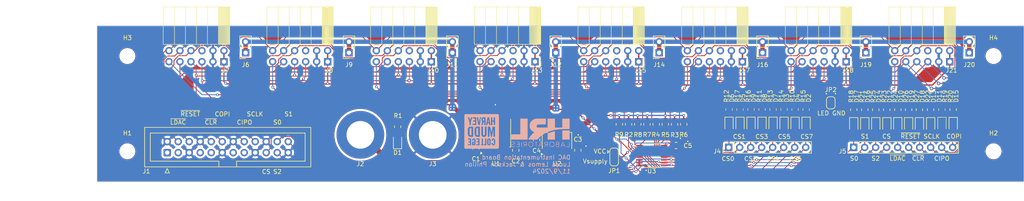
<source format=kicad_pcb>
(kicad_pcb (version 20240108) (generator "pcbnew") (generator_version "8.0")
  (layers (0 "F.Cu" signal) (31 "B.Cu" signal) (34 "B.Paste" user) (35 "F.Paste" user) (36 "B.SilkS" user "B.Silkscreen") (37 "F.SilkS" user "F.Silkscreen") (38 "B.Mask" user) (39 "F.Mask" user) (44 "Edge.Cuts" user))
  (net 0 "")
  (net 1 "/muxPower")
  (net 2 "GND")
  (net 3 "/supplyPower")
  (net 4 "/VCC")
  (net 5 "/IOVcc")
  (net 9 "/CIPO")
  (net 10 "/~{LDAC}")
  (net 11 "/~{CLR}")
  (net 12 "/CS_0")
  (net 13 "/SCLK")
  (net 14 "/CS_1")
  (net 15 "/S0")
  (net 16 "/S2")
  (net 17 "/S1")
  (net 18 "/CS")
  (net 19 "/CS_2")
  (net 20 "/CS_3")
  (net 21 "/CS_4")
  (net 22 "/CS_6")
  (net 23 "/CS_5")
  (net 24 "/CS_7")
  (net 25 "Net-(D10-K)")
  (net 29 "Net-(D7-K)")
  (net 30 "Net-(D8-K)")
  (net 31 "Net-(D9-K)")
  (net 32 "Net-(D11-K)")
  (net 33 "Net-(D12-K)")
  (net 34 "Net-(D13-K)")
  (net 35 "Net-(D14-K)")
  (net 36 "Net-(D16-K)")
  (net 37 "Net-(D17-K)")
  (net 38 "Net-(D18-K)")
  (net 39 "Net-(D19-K)")
  (net 40 "Net-(D1-A)")
  (net 41 "Net-(D2-K)")
  (net 42 "Net-(D3-K)")
  (net 43 "Net-(D4-K)")
  (net 44 "Net-(D5-K)")
  (net 45 "Net-(D6-K)")
  (net 46 "Net-(D15-K)")
  (net 47 "Net-(JP2-B)")
  (net 56 "/COPI")
  (net 57 "/~{RESET}")
  (footprint "Package_SO:TSSOP-16_4.4x5mm_P0.65mm" (layer "F.Cu") (at 168.0825 139.98)
    (property "Reference" "U3")
    (property "Value" "CD74HC4053PWR")
  )
  (footprint "Capacitor_SMD:C_0805_2012Metric" (layer "F.Cu") (at 151.02 138.75 90)
    (property "Reference" "C3")
    (property "Value" "10uF")
  )
  (footprint "Capacitor_SMD:C_0805_2012Metric" (layer "F.Cu") (at 127.5 138.24 -90)
    (property "Reference" "C1")
    (property "Value" "22uF")
  )
  (footprint "LED_SMD:LED_0805_2012Metric" (layer "F.Cu") (at 217.268888 132.9 -90)
    (property "Reference" "D16")
    (property "Value" "HSMA-C170")
  )
  (footprint "Connector_PinSocket_2.54mm:PinSocket_2x06_P2.54mm_Horizontal" (layer "F.Cu") (at 165.071428 118.3 -90)
    (property "Reference" "J15")
    (property "Value" "Conn_02x06_Odd_Even")
  )
  (footprint "Connector_PinHeader_2.54mm:PinHeader_1x08_P2.54mm_Vertical" (layer "F.Cu") (at 185.84 138.1 90)
    (property "Reference" "J4")
    (property "Value" "Conn_01x8")
  )
  (footprint "Resistor_SMD:R_0805_2012Metric" (layer "F.Cu") (at 222.353332 129.4 -90)
    (property "Reference" "R23")
    (property "Value" "2.2k")
  )
  (footprint "LED_SMD:LED_0805_2012Metric" (layer "F.Cu") (at 219.817776 132.9 -90)
    (property "Reference" "D14")
    (property "Value" "HSMA-C170")
  )
  (footprint "Connector_PinSocket_2.54mm:PinSocket_2x06_P2.54mm_Horizontal" (layer "F.Cu") (at 212.957142 118.3 -90)
    (property "Reference" "J18")
    (property "Value" "Conn_02x06_Odd_Even")
  )
  (footprint "Connector_PinSocket_2.54mm:PinSocket_2x06_P2.54mm_Horizontal" (layer "F.Cu") (at 117.185714 118.3 -90)
    (property "Reference" "J10")
    (property "Value" "Conn_02x06_Odd_Even")
  )
  (footprint "Connector_PinSocket_2.54mm:PinSocket_2x06_P2.54mm_Horizontal" (layer "F.Cu") (at 69.3 118.3 -90)
    (property "Reference" "J7")
    (property "Value" "Conn_02x06_Odd_Even")
  )
  (footprint "Jumper:SolderJumper-3_P1.3mm_Bridged12_RoundedPad1.0x1.5mm" (layer "F.Cu") (at 159.4 140.3 -90)
    (property "Reference" "JP1")
    (property "Value" "SolderJumper_3_Bridged12")
  )
  (footprint "Resistor_SMD:R_0805_2012Metric" (layer "F.Cu") (at 214.72 129.4 -90)
    (property "Reference" "R18")
    (property "Value" "2.2k")
  )
  (footprint "Capacitor_SMD:C_0805_2012Metric" (layer "F.Cu") (at 173.7 137.65)
    (property "Reference" "C5")
    (property "Value" "0.1uF")
  )
  (footprint "Resistor_SMD:R_0805_2012Metric" (layer "F.Cu") (at 193.548571 129.3375 -90)
    (property "Reference" "R11")
    (property "Value" "2.2k")
  )
  (footprint "MountingHole:MountingHole_3.2mm_M3" (layer "F.Cu") (at 47 139)
    (property "Reference" "H1")
    (property "Value" "MountingHole")
  )
  (footprint "MountingHole:MountingHole_3.2mm_M3" (layer "F.Cu") (at 247 117)
    (property "Reference" "H4")
    (property "Value" "MountingHole")
  )
  (footprint "Package_TO_SOT_SMD:SOT-223-3_TabPin2" (layer "F.Cu") (at 146.2 136.55 90)
    (property "Reference" "U2")
    (property "Value" "AMS1117-1.8")
  )
  (footprint "Resistor_SMD:R_0805_2012Metric" (layer "F.Cu") (at 224.895556 129.3875 -90)
    (property "Reference" "R24")
    (property "Value" "2.2k")
  )
  (footprint "LED_SMD:LED_0805_2012Metric" (layer "F.Cu") (at 237.686664 132.85 -90)
    (property "Reference" "D15")
    (property "Value" "HSMA-C170")
  )
  (footprint "Package_TO_SOT_SMD:TO-252-3_TabPin2" (layer "F.Cu") (at 132.0625 134.685 90)
    (property "Reference" "U1")
    (property "Value" "AZ1084CD-3.3TRG1")
  )
  (footprint "Capacitor_SMD:C_0805_2012Metric" (layer "F.Cu") (at 141.5 136.35 -90)
    (property "Reference" "C4")
    (property "Value" "22uF")
  )
  (footprint "Resistor_SMD:R_0805_2012Metric" (layer "F.Cu") (at 173.34571 132.76 90)
    (property "Reference" "R3")
    (property "Value" "10k")
  )
  (footprint "Resistor_SMD:R_0805_2012Metric" (layer "F.Cu") (at 227.391112 129.4 -90)
    (property "Reference" "R26")
    (property "Value" "2.2k")
  )
  (footprint "LED_SMD:LED_0805_2012Metric" (layer "F.Cu") (at 224.886664 132.8875 -90)
    (property "Reference" "D10")
    (property "Value" "HSMA-C170")
  )
  (footprint "LED_SMD:LED_0805_2012Metric" (layer "F.Cu") (at 235.086664 132.825 -90)
    (property "Reference" "D11")
    (property "Value" "HSMA-C170")
  )
  (footprint "LED_SMD:LED_0805_2012Metric" (layer "F.Cu") (at 198.634285 132.8 -90)
    (property "Reference" "D3")
    (property "Value" "HSMA-C170")
  )
  (footprint "Resistor_SMD:R_0805_2012Metric" (layer "F.Cu") (at 237.668888 129.375 -90)
    (property "Reference" "R20")
    (property "Value" "2.2k")
  )
  (footprint "Resistor_SMD:R_0805_2012Metric" (layer "F.Cu") (at 166.972855 132.76 90)
    (property "Reference" "R7")
    (property "Value" "10k")
  )
  (footprint "Connector_PinSocket_2.54mm:PinSocket_1x02_P2.54mm_Vertical" (layer "F.Cu") (at 74.3 116.24 180)
    (property "Reference" "J6")
    (property "Value" "Conn_01x02")
  )
  (footprint "Capacitor_SMD:C_0805_2012Metric" (layer "F.Cu") (at 136.68 138.77 90)
    (property "Reference" "C2")
    (property "Value" "10uF")
  )
  (footprint "Connector_PinSocket_2.54mm:PinSocket_2x06_P2.54mm_Horizontal" (layer "F.Cu") (at 236.9 118.3 -90)
    (property "Reference" "J21")
    (property "Value" "Conn_02x06_Odd_Even")
  )
  (footprint "LED_SMD:LED_0805_2012Metric" (layer "F.Cu") (at 188.462857 132.8 -90)
    (property "Reference" "D5")
    (property "Value" "HSMA-C170")
  )
  (footprint "Connector_PinSocket_2.54mm:PinSocket_1x02_P2.54mm_Vertical" (layer "F.Cu") (at 122.042856 116.24 180)
    (property "Reference" "J11")
    (property "Value" "Conn_01x02")
  )
  (footprint "Resistor_SMD:R_0805_2012Metric" (layer "F.Cu") (at 175.47 132.76 90)
    (property "Reference" "R6")
    (property "Value" "10k")
  )
  (footprint "Connector_PinSocket_2.54mm:PinSocket_1x02_P2.54mm_Vertical" (layer "F.Cu") (at 241.4 116.24 180)
    (property "Reference" "J20")
    (property "Value" "Conn_01x02")
  )
  (footprint "Connector_PinSocket_2.54mm:PinSocket_1x02_P2.54mm_Vertical" (layer "F.Cu") (at 193.65714 116.24 180)
    (property "Reference" "J16")
    (property "Value" "Conn_01x02")
  )
  (footprint "Connector_PinSocket_2.54mm:PinSocket_1x02_P2.54mm_Vertical" (layer "F.Cu") (at 98.171428 116.24 180)
    (property "Reference" "J9")
    (property "Value" "Conn_01x02")
  )
  (footprint "Connector_IDC:IDC-Header_2x12_P2.54mm_Vertical" (layer "F.Cu") (at 56.2 139.3 90)
    (property "Reference" "J1")
    (property "Value" "Conn_02x12_Odd_Even")
  )
  (footprint "MountingHole:MountingHole_3.2mm_M3" (layer "F.Cu") (at 47 117)
    (property "Reference" "H3")
    (property "Value" "MountingHole")
  )
  (footprint "Resistor_SMD:R_0805_2012Metric" (layer "F.Cu") (at 201.177142 129.3375 90)
    (property "Reference" "R10")
    (property "Value" "2.2k")
  )
  (footprint "Resistor_SMD:R_0805_2012Metric" (layer "F.Cu") (at 196.091428 129.3375 -90)
    (property "Reference" "R13")
    (property "Value" "2.2k")
  )
  (footprint "Connector_PinSocket_2.54mm:PinSocket_2x06_P2.54mm_Horizontal" (layer "F.Cu") (at 141.128571 118.2875 -90)
    (property "Reference" "J13")
    (property "Value" "Conn_02x06_Odd_Even")
  )
  (footprint "LED_SMD:LED_0805_2012Metric" (layer "F.Cu") (at 229.886664 132.9 -90)
    (property "Reference" "D18")
    (property "Value" "HSMA-C170")
  )
  (footprint "Resistor_SMD:R_0805_2012Metric" (layer "F.Cu") (at 217.264444 129.4 -90)
    (property "Reference" "R21")
    (property "Value" "2.2k")
  )
  (footprint "MountingHole:MountingHole_3.2mm_M3" (layer "F.Cu") (at 247 139)
    (property "Reference" "H2")
    (property "Value" "MountingHole")
  )
  (footprint "LED_SMD:LED_0805_2012Metric" (layer "F.Cu") (at 196.091428 132.8 -90)
    (property "Reference" "D7")
    (property "Value" "HSMA-C170")
  )
  (footprint "Resistor_SMD:R_0805_2012Metric" (layer "F.Cu") (at 164.84857 132.76 90)
    (property "Reference" "R8")
    (property "Value" "10k")
  )
  (footprint "MountingHole:MountingHole_6.4mm_M6_DIN965_Pad" (layer "F.Cu") (at 117.5 135.2 180)
    (property "Reference" "J3")
    (property "Value" "Banana")
  )
  (footprint "Resistor_SMD:R_0805_2012Metric" (layer "F.Cu") (at 171.221425 132.76 90)
    (property "Reference" "R5")
    (property "Value" "10k")
  )
  (footprint "Resistor_SMD:R_0805_2012Metric" (layer "F.Cu") (at 198.634285 129.3375 -90)
    (property "Reference" "R14")
    (property "Value" "2.2k")
  )
  (footprint "Connector_PinSocket_2.54mm:PinSocket_1x02_P2.54mm_Vertical" (layer "F.Cu") (at 217.528568 116.24 180)
    (property "Reference" "J19")
    (property "Value" "Conn_01x02")
  )
  (footprint "MountingHole:MountingHole_6.4mm_M6_DIN965_Pad" (layer "F.Cu") (at 100.8 135.2 180)
    (property "Reference" "J2")
    (property "Value" "Banana")
  )
  (footprint "LED_SMD:LED_0805_2012Metric" (layer "F.Cu") (at 191.005714 132.8 -90)
    (property "Reference" "D9")
    (property "Value" "HSMA-C170")
  )
  (footprint "Resistor_SMD:R_0805_2012Metric" (layer "F.Cu") (at 169.09714 132.76 90)
    (property "Reference" "R4")
    (property "Value" "10k")
  )
  (footprint "Resistor_SMD:R_0805_2012Metric" (layer "F.Cu") (at 191.005714 129.3375 -90)
    (property "Reference" "R16")
    (property "Value" "2.2k")
  )
  (footprint "Connector_PinHeader_2.54mm:PinHeader_1x10_P2.54mm_Vertical" (layer "F.Cu") (at 214.7 138.1 90)
    (property "Reference" "J5")
    (property "Value" "Conn_01x10")
  )
  (footprint "LED_SMD:LED_0805_2012Metric" (layer "F.Cu") (at 201.177142 132.8 -90)
    (property "Reference" "D4")
    (property "Value" "HSMA-C170")
  )
  (footprint "Resistor_SMD:R_0805_2012Metric" (layer "F.Cu") (at 203.72 129.3375 90)
    (property "Reference" "R15")
    (property "Value" "2.2k")
  )
  (footprint "Resistor_SMD:R_0805_2012Metric" (layer "F.Cu") (at 162.724285 132.76 90)
    (property "Reference" "R2")
    (property "Value" "10k")
  )
  (footprint "Connector_PinSocket_2.54mm:PinSocket_1x02_P2.54mm_Vertical" (layer "F.Cu") (at 169.785712 116.24 180)
    (property "Reference" "J14")
    (property "Value" "Conn_01x02")
  )
  (footprint "Connector_PinSocket_2.54mm:PinSocket_2x06_P2.54mm_Horizontal" (layer "F.Cu") (at 93.242857 118.3 -90)
    (property "Reference" "J8")
    (property "Value" "Conn_02x06_Odd_Even")
  )
  (footprint "Resistor_SMD:R_0805_2012Metric" (layer "F.Cu") (at 109.41 133.3375 90)
    (property "Reference" "R1")
    (property "Value" "2.2k")
  )
  (footprint "Resistor_SMD:R_0805_2012Metric" (layer "F.Cu") (at 235.08 129.365 -90)
    (property "Reference" "R19")
    (property "Value" "2.2k")
  )
  (footprint "LED_SMD:LED_0805_2012Metric" (layer "F.Cu") (at 185.92 132.8 -90)
    (property "Reference" "D6")
    (property "Value" "HSMA-C170")
  )
  (footprint "Resistor_SMD:R_0805_2012Metric" (layer "F.Cu") (at 229.886664 129.4 -90)
    (property "Reference" "R27")
    (property "Value" "2.2k")
  )
  (footprint "LED_SMD:LED_0805_2012Metric" (layer "F.Cu") (at 109.38 136.7175 90)
    (property "Reference" "D1")
    (property "Value" "HSMA-C170")
  )
  (footprint "Resistor_SMD:R_0805_2012Metric" (layer "F.Cu") (at 219.808888 129.4 -90)
    (property "Reference" "R25")
    (property "Value" "2.2k")
  )
  (footprint "Jumper:SolderJumper-2_P1.3mm_Bridged_RoundedPad1.0x1.5mm" (layer "F.Cu") (at 209.42 127.8 -90)
    (property "Reference" "JP2")
    (property "Value" "SolderJumper_2_Bridged")
  )
  (footprint "LED_SMD:LED_0805_2012Metric" (layer "F.Cu") (at 203.72 132.8 -90)
    (property "Reference" "D2")
    (property "Value" "HSMA-C170")
  )
  (footprint "Connector_PinSocket_2.54mm:PinSocket_1x02_P2.54mm_Vertical" (layer "F.Cu") (at 145.914284 116.24 180)
    (property "Reference" "J12")
    (property "Value" "Conn_01x02")
  )
  (footprint "Connector_PinSocket_2.54mm:PinSocket_2x06_P2.54mm_Horizontal" (layer "F.Cu") (at 189.014285 118.3 -90)
    (property "Reference" "J17")
    (property "Value" "Conn_02x06_Odd_Even")
  )
  (footprint "LED_SMD:LED_0805_2012Metric" (layer "F.Cu") (at 227.386664 132.9 -90)
    (property "Reference" "D19")
    (property "Value" "HSMA-C170")
  )
  (footprint "LED_SMD:LED_0805_2012Metric" (layer "F.Cu") (at 232.486664 132.9 -90)
    (property "Reference" "D13")
    (property "Value" "HSMA-C170")
  )
  (footprint "Resistor_SMD:R_0805_2012Metric" (layer "F.Cu") (at 160.6 132.76 90)
    (property "Reference" "R9")
    (property "Value" "10k")
  )
  (footprint "Resistor_SMD:R_0805_2012Metric" (layer "F.Cu") (at 232.464444 129.4 -90)
    (property "Reference" "R22")
    (property "Value" "2.2k")
  )
  (footprint "LED_SMD:LED_0805_2012Metric" (layer "F.Cu") (at 193.548571 132.8 -90)
    (property "Reference" "D8")
    (property "Value" "HSMA-C170")
  )
  (footprint "LED_SMD:LED_0805_2012Metric" (layer "F.Cu") (at 214.72 132.9 -90)
    (property "Reference" "D17")
    (property "Value" "HSMA-C170")
  )
  (footprint "Resistor_SMD:R_0805_2012Metric" (layer "F.Cu") (at 188.462857 129.3375 -90)
    (property "Reference" "R17")
    (property "Value" "2.2k")
  )
  (footprint "LED_SMD:LED_0805_2012Metric" (layer "F.Cu") (at 222.366664 132.9 -90)
    (property "Reference" "D12")
    (property "Value" "HSMA-C170")
  )
  (footprint "Resistor_SMD:R_0805_2012Metric" (layer "F.Cu") (at 185.92 129.3375 -90)
    (property "Reference" "R12")
    (property "Value" "2.2k")
  )
  (footprint "LOGO" (layer "B.Cu") (at 128.8 134.4 180)
    (property "Reference" "G***" (hide yes))
    (property "Value" "LOGO" (hide yes))
  )
  (footprint "LOGO" (layer "B.Cu") (at 142.4 134.7 180)
    (property "Reference" "G***" (hide yes))
    (property "Value" "LOGO" (hide yes))
  )
  (gr_rect (start 40 110) (end 254 146) (stroke (width 0.1)) (fill none) (layer "Edge.Cuts"))
  (gr_text "DAC Instrumentation Board\nLucas Lemos & Jackson Philion\n11/9/2024" (at 149.4 144.2 0) (layer "B.SilkS") (effects (font (size 1 1)) (justify left bottom mirror)))
  (gr_text "~{LDAC}" (at 56.786664 132.8875 0) (layer "F.SilkS") (effects (font (size 1 1)) (justify left bottom)))
  (gr_text "S0    S2   ~{LDAC}  ~{CLR}   CIPO" (at 213.77 141.24 0) (layer "F.SilkS") (effects (font (size 1 1)) (justify left bottom)))
  (gr_text "CS" (at 77.986664 144.2875 0) (layer "F.SilkS") (effects (font (size 1 1)) (justify left bottom)))
  (gr_text "S1" (at 83.186664 130.9875 0) (layer "F.SilkS") (effects (font (size 1 1)) (justify left bottom)))
  (gr_text "SCLK" (at 74.486664 130.9875 0) (layer "F.SilkS") (effects (font (size 1 1)) (justify left bottom)))
  (gr_text "VCC" (at 154.586664 139.5875 0) (layer "F.SilkS") (effects (font (size 1 1)) (justify left bottom)))
  (gr_text "S1    CS   ~{RESET} SCLK  COPI" (at 216.27 136.14 0) (layer "F.SilkS") (effects (font (size 1 1)) (justify left bottom)))
  (gr_text "~{CLR}" (at 64.786664 132.8875 0) (layer "F.SilkS") (effects (font (size 1 1)) (justify left bottom)))
  (gr_text "~{RESET}" (at 59.186664 130.9875 0) (layer "F.SilkS") (effects (font (size 1 1)) (justify left bottom)))
  (gr_text "S0" (at 80.586664 132.8875 0) (layer "F.SilkS") (effects (font (size 1 1)) (justify left bottom)))
  (gr_text "CS0   CS2   CS4   CS6" (at 184.14 141.3 0) (layer "F.SilkS") (effects (font (size 1 1)) (justify left bottom)))
  (gr_text "CS1   CS3   CS5   CS7" (at 186.74 136.2 0) (layer "F.SilkS") (effects (font (size 1 1)) (justify left bottom)))
  (gr_text "S2" (at 80.586664 144.2875 0) (layer "F.SilkS") (effects (font (size 1 1)) (justify left bottom)))
  (gr_text "Vsupply" (at 152.086664 141.8875 0) (layer "F.SilkS") (effects (font (size 1 1)) (justify left bottom)))
  (gr_text "CIPO" (at 72.186664 132.8875 0) (layer "F.SilkS") (effects (font (size 1 1)) (justify left bottom)))
  (gr_text "COPI" (at 67.086664 130.9875 0) (layer "F.SilkS") (effects (font (size 1 1)) (justify left bottom)))
  (gr_text "LED GND" (at 206.186664 130.7875 0) (layer "F.SilkS") (effects (font (size 1 1)) (justify left bottom)))
  (segment (start 171.56 137.09) (end 170.945 137.705) (width 0.2) (layer "F.Cu") (net 1))
  (segment (start 171.62 137.09) (end 171.56 137.09) (width 0.2) (layer "F.Cu") (net 1))
  (segment (start 172.19 137.09) (end 172.75 137.65) (width 0.2) (layer "F.Cu") (net 1))
  (segment (start 171.62 137.09) (end 172.19 137.09) (width 0.2) (layer "F.Cu") (net 1))
  (segment (start 161.41 140.3) (end 162.48 139.23) (width 0.3) (layer "F.Cu") (net 1))
  (segment (start 159.4 140.3) (end 161.41 140.3) (width 0.3) (layer "F.Cu") (net 1))
  (via (at 162.48 139.23) (size 0.6) (drill 0.3) (layers "F.Cu" "B.Cu") (net 1))
  (via (at 171.62 137.09) (size 0.6) (drill 0.3) (layers "F.Cu" "B.Cu") (net 1))
  (segment (start 171.62 137.09) (end 164.62 137.09) (width 0.2) (layer "B.Cu") (net 1))
  (segment (start 164.62 137.09) (end 162.48 139.23) (width 0.2) (layer "B.Cu") (net 1))
  (segment (start 129.7825 139.725) (end 128.035 139.725) (width 1.3) (layer "F.Cu") (net 2))
  (segment (start 128.035 139.725) (end 127.5 139.19) (width 1.3) (layer "F.Cu") (net 2))
  (segment (start 141.5 137.3) (end 143.9 139.7) (width 1.3) (layer "F.Cu") (net 2))
  (via (at 208.4 125.7) (size 0.6) (drill 0.3) (layers "F.Cu" "B.Cu") (net 2))
  (via (at 174.7 136) (size 0.6) (drill 0.3) (layers "F.Cu" "B.Cu") (net 2))
  (via (at 131.97 128.25) (size 0.6) (drill 0.3) (layers "F.Cu" "B.Cu") (net 2))
  (via (at 151.1 135.2) (size 0.6) (drill 0.3) (layers "F.Cu" "B.Cu") (net 2))
  (via (at 166.8 143.4) (size 0.6) (drill 0.3) (layers "F.Cu" "B.Cu") (net 2))
  (via (at 176.4 136.7) (size 0.6) (drill 0.3) (layers "F.Cu" "B.Cu") (net 2))
  (via (at 210.5 125.7) (size 0.6) (drill 0.3) (layers "F.Cu" "B.Cu") (net 2))
  (via (at 152.9 137.8) (size 0.6) (drill 0.3) (layers "F.Cu" "B.Cu") (net 2))
  (segment (start 136.675 139.725) (end 136.68 139.72) (width 1.3) (layer "F.Cu") (net 3))
  (segment (start 134.3425 140.207562) (end 134.3425 139.725) (width 1.3) (layer "F.Cu") (net 3))
  (segment (start 159.4 141.6) (end 152.92 141.6) (width 0.3) (layer "F.Cu") (net 3))
  (segment (start 100.8 134.8) (end 107.675 141.675) (width 1.3) (layer "F.Cu") (net 3))
  (segment (start 134.3425 139.725) (end 136.675 139.725) (width 1.3) (layer "F.Cu") (net 3))
  (segment (start 132.875062 141.675) (end 134.3425 140.207562) (width 1.3) (layer "F.Cu") (net 3))
  (segment (start 132.875062 141.675) (end 148.025 141.675) (width 1.3) (layer "F.Cu") (net 3))
  (segment (start 152.92 141.6) (end 151.02 139.7) (width 0.3) (layer "F.Cu") (net 3))
  (segment (start 148.025 141.675) (end 148.5 141.2) (width 1.3) (layer "F.Cu") (net 3))
  (segment (start 107.675 141.675) (end 132.875062 141.675) (width 1.3) (layer "F.Cu") (net 3))
  (segment (start 148.5 141.2) (end 148.5 139.7) (width 1.3) (layer "F.Cu") (net 3))
  (segment (start 148.5 139.7) (end 151.02 139.7) (width 1.3) (layer "F.Cu") (net 3))
  (segment (start 152.2125 131.2875) (end 150.25 129.325) (width 0.3) (layer "F.Cu") (net 4))
  (segment (start 154.8 133.8) (end 159.4 138.4) (width 0.3) (layer "F.Cu") (net 4))
  (segment (start 74.3 116.24) (end 74.3 113.7) (width 1) (layer "F.Cu") (net 4))
  (segment (start 98.171428 116.24) (end 98.171428 113.7) (width 1) (layer "F.Cu") (net 4))
  (segment (start 122.042856 113.7) (end 122.042856 116.24) (width 1) (layer "F.Cu") (net 4))
  (segment (start 159.4 138.4) (end 159.4 139) (width 0.3) (layer "F.Cu") (net 4))
  (segment (start 217.528568 113.7) (end 217.528568 116.24) (width 1) (layer "F.Cu") (net 4))
  (segment (start 146.25 128.685) (end 146.24 129.315) (width 1) (layer "F.Cu") (net 4))
  (segment (start 121.37 128.24) (end 121.71 128.58) (width 0.3) (layer "F.Cu") (net 4))
  (segment (start 122.4 129.2) (end 122.4 128.87) (width 1) (layer "F.Cu") (net 4))
  (segment (start 130.5375 131.75) (end 125.28 131.75) (width 1) (layer "F.Cu") (net 4))
  (segment (start 145.61 128.705) (end 145.61 129.315) (width 1) (layer "F.Cu") (net 4))
  (segment (start 241.4 113.7) (end 241.4 116.24) (width 1) (layer "F.Cu") (net 4))
  (segment (start 127.5 137.29) (end 128.3475 137.29) (width 1) (layer "F.Cu") (net 4))
  (segment (start 125.28 131.75) (end 122.31 128.78) (width 1) (layer "F.Cu") (net 4))
  (segment (start 145.914284 113.7) (end 145.914284 116.24) (width 1) (layer "F.Cu") (net 4))
  (segment (start 169.785712 113.7) (end 169.785712 116.24) (width 1) (layer "F.Cu") (net 4))
  (segment (start 145.61 128.925) (end 136.4125 128.925) (width 1) (layer "F.Cu") (net 4))
  (segment (start 132.0625 133.425) (end 132.0625 139.725) (width 1) (layer "F.Cu") (net 4))
  (segment (start 109.41 131.69) (end 112.86 128.24) (width 0.3) (layer "F.Cu") (net 4))
  (segment (start 193.65714 113.7) (end 193.65714 116.24) (width 1) (layer "F.Cu") (net 4))
  (segment (start 112.86 128.24) (end 121.37 128.24) (width 0.3) (layer "F.Cu") (net 4))
  (segment (start 145.59 128.685) (end 145.59 129.325) (width 1) (layer "F.Cu") (net 4))
  (segment (start 128.3475 137.29) (end 130.5375 135.1) (width 1) (layer "F.Cu") (net 4))
  (segment (start 145.57 128.665) (end 145.61 128.705) (width 1) (layer "F.Cu") (net 4))
  (segment (start 145.61 129.315) (end 145.62 129.325) (width 1) (layer "F.Cu") (net 4))
  (segment (start 121.71 128.58) (end 121.65 129.2) (width 1) (layer "F.Cu") (net 4))
  (segment (start 122.31 128.78) (end 122.41 128.57) (width 1) (layer "F.Cu") (net 4))
  (segment (start 122.4 128.87) (end 122.31 128.78) (width 1) (layer "F.Cu") (net 4))
  (segment (start 150.25 129.325) (end 146.23 129.325) (width 0.3) (layer "F.Cu") (net 4))
  (segment (start 145.57 128.665) (end 145.59 128.685) (width 1) (layer "F.Cu") (net 4))
  (segment (start 109.41 132.425) (end 109.41 131.69) (width 0.3) (layer "F.Cu") (net 4))
  (segment (start 136.4125 128.925) (end 133.5875 131.75) (width 1) (layer "F.Cu") (net 4))
  (segment (start 145.62 129.325) (end 146.23 129.325) (width 1) (layer "F.Cu") (net 4))
  (segment (start 146.23 129.325) (end 146.25 128.685) (width 1) (layer "F.Cu") (net 4))
  (via (at 121.71 128.58) (size 0.6) (drill 0.3) (layers "F.Cu" "B.Cu") (net 4))
  (via (at 152.2125 131.2875) (size 0.6) (drill 0.3) (layers "F.Cu" "B.Cu") (net 4))
  (via (at 145.57 128.665) (size 0.6) (drill 0.3) (layers "F.Cu" "B.Cu") (net 4))
  (via (at 146.25 128.685) (size 0.6) (drill 0.3) (layers "F.Cu" "B.Cu") (net 4))
  (via (at 121.65 129.2) (size 0.6) (drill 0.3) (layers "F.Cu" "B.Cu") (net 4))
  (via (at 154.8 133.8) (size 0.6) (drill 0.3) (layers "F.Cu" "B.Cu") (net 4))
  (via (at 122.41 128.57) (size 0.6) (drill 0.3) (layers "F.Cu" "B.Cu") (net 4))
  (via (at 122.4 129.2) (size 0.6) (drill 0.3) (layers "F.Cu" "B.Cu") (net 4))
  (via (at 146.24 129.315) (size 0.6) (drill 0.3) (layers "F.Cu" "B.Cu") (net 4))
  (via (at 145.61 129.315) (size 0.6) (drill 0.3) (layers "F.Cu" "B.Cu") (net 4))
  (segment (start 193.65714 113.7) (end 217.528568 113.7) (width 1) (layer "B.Cu") (net 4))
  (segment (start 146.23 128.665) (end 146.25 128.685) (width 1) (layer "B.Cu") (net 4))
  (segment (start 121.72 128.57) (end 121.71 128.58) (width 1) (layer "B.Cu") (net 4))
  (segment (start 169.785712 113.7) (end 193.65714 113.7) (width 1) (layer "B.Cu") (net 4))
  (segment (start 145.914284 113.7) (end 169.785712 113.7) (width 1) (layer "B.Cu") (net 4))
  (segment (start 122.4 129.2) (end 121.65 129.2) (width 1) (layer "B.Cu") (net 4))
  (segment (start 154.8 133.8) (end 154.725 133.8) (width 0.3) (layer "B.Cu") (net 4))
  (segment (start 146.24 129.315) (end 145.61 129.315) (width 1) (layer "B.Cu") (net 4))
  (segment (start 98.171428 113.7) (end 122.042856 113.7) (width 1) (layer "B.Cu") (net 4))
  (segment (start 154.725 133.8) (end 152.2125 131.2875) (width 0.3) (layer "B.Cu") (net 4))
  (segment (start 145.914284 128.929284) (end 145.95 128.965) (width 1) (layer "B.Cu") (net 4))
  (segment (start 122.042856 128.202856) (end 122.41 128.57) (width 1) (layer "B.Cu") (net 4))
  (segment (start 217.528568 113.7) (end 241.4 113.7) (width 1) (layer "B.Cu") (net 4))
  (segment (start 98.171428 113.7) (end 74.3 113.7) (width 1) (layer "B.Cu") (net 4))
  (segment (start 145.914284 116.85) (end 145.914284 128.929284) (width 1) (layer "B.Cu") (net 4))
  (segment (start 122.41 128.57) (end 121.72 128.57) (width 1) (layer "B.Cu") (net 4))
  (segment (start 122.042856 116.24) (end 122.042856 128.202856) (width 1) (layer "B.Cu") (net 4))
  (segment (start 145.57 128.665) (end 146.23 128.665) (width 1) (layer "B.Cu") (net 4))
  (segment (start 171.221425 130.731425) (end 171.221425 127.652179) (width 0.3) (layer "F.Cu") (net 5))
  (segment (start 141.086664 123.29) (end 141.234164 123.4375) (width 0.3) (layer "F.Cu") (net 5))
  (segment (start 164.83 130.72) (end 164.83 131.82893) (width 0.3) (layer "F.Cu") (net 5))
  (segment (start 189.086664 123.5875) (end 189.186664 123.6875) (width 0.3) (layer "F.Cu") (net 5))
  (segment (start 158.6 130.72) (end 156.659997 130.72) (width 0.3) (layer "F.Cu") (net 5))
  (segment (start 160.58 130.72) (end 160.58 131.8275) (width 0.3) (layer "F.Cu") (net 5))
  (segment (start 141.086664 123.29) (end 140.939164 123.4375) (width 0.3) (layer "F.Cu") (net 5))
  (segment (start 171.201425 127.632179) (end 175.146104 123.6875) (width 0.3) (layer "F.Cu") (net 5))
  (segment (start 212.686664 123.6875) (end 212.886664 123.4875) (width 0.3) (layer "F.Cu") (net 5))
  (segment (start 144.2 135.4) (end 146.2 133.4) (width 0.3) (layer "F.Cu") (net 5))
  (segment (start 165.071428 118.3) (end 165.071428 115.76) (width 0.3) (layer "F.Cu") (net 5))
  (segment (start 175.46 130.72) (end 175.46 131.8375) (width 0.3) (layer "F.Cu") (net 5))
  (segment (start 162.74 131.831785) (end 162.724285 131.8475) (width 0.3) (layer "F.Cu") (net 5))
  (segment (start 171.221425 127.652179) (end 171.201425 127.632179) (width 0.3) (layer "F.Cu") (net 5))
  (segment (start 141.234164 123.4375) (end 165.036664 123.4375) (width 0.3) (layer "F.Cu") (net 5))
  (segment (start 213.086664 123.6875) (end 232.886664 123.6875) (width 0.3) (layer "F.Cu") (net 5))
  (segment (start 117.185714 118.3) (end 117.185714 115.76) (width 0.3) (layer "F.Cu") (net 5))
  (segment (start 212.957142 118.3) (end 212.957142 115.76) (width 0.3) (layer "F.Cu") (net 5))
  (segment (start 153.729997 133.65) (end 146.2 133.65) (width 0.3) (layer "F.Cu") (net 5))
  (segment (start 165.036664 123.4375) (end 165.086664 123.3875) (width 0.3) (layer "F.Cu") (net 5))
  (segment (start 173.36 130.72) (end 173.36 131.83321) (width 0.3) (layer "F.Cu") (net 5))
  (segment (start 171.221425 131.8475) (end 169.09714 131.8475) (width 0.3) (layer "F.Cu") (net 5))
  (segment (start 188.986664 123.6875) (end 189.086664 123.5875) (width 0.3) (layer "F.Cu") (net 5))
  (segment (start 93.242857 118.3) (end 93.242857 115.76) (width 0.3) (layer "F.Cu") (net 5))
  (segment (start 156.659997 130.72) (end 153.729997 133.65) (width 0.3) (layer "F.Cu") (net 5))
  (segment (start 175.146104 123.6875) (end 188.986664 123.6875) (width 0.3) (layer "F.Cu") (net 5))
  (segment (start 173.36 131.83321) (end 173.34571 131.8475) (width 0.3) (layer "F.Cu") (net 5))
  (segment (start 69.834164 123.4375) (end 69.686664 123.29) (width 0.3) (layer "F.Cu") (net 5))
  (segment (start 141.128571 118.2875) (end 141.128571 115.7475) (width 0.3) (layer "F.Cu") (net 5))
  (segment (start 69.3 118.3) (end 69.3 115.76) (width 0.3) (layer "F.Cu") (net 5))
  (segment (start 171.221425 130.731425) (end 171.221425 131.8475) (width 0.3) (layer "F.Cu") (net 5))
  (segment (start 236.9 119.674164) (end 236.9 118.3) (width 0.3) (layer "F.Cu") (net 5))
  (segment (start 160.58 131.8275) (end 160.6 131.8475) (width 0.3) (layer "F.Cu") (net 5))
  (segment (start 167.03 131.790355) (end 166.972855 131.8475) (width 0.3) (layer "F.Cu") (net 5))
  (segment (start 175.46 131.8375) (end 175.47 131.8475) (width 0.3) (layer "F.Cu") (net 5))
  (segment (start 140.939164 123.4375) (end 69.834164 123.4375) (width 0.3) (layer "F.Cu") (net 5))
  (segment (start 212.886664 123.4875) (end 213.086664 123.6875) (width 0.3) (layer "F.Cu") (net 5))
  (segment (start 236.9 118.3) (end 236.9 115.76) (width 0.3) (layer "F.Cu") (net 5))
  (segment (start 162.74 130.72) (end 162.74 131.831785) (width 0.3) (layer "F.Cu") (net 5))
  (segment (start 232.886664 123.6875) (end 236.9 119.674164) (width 0.3) (layer "F.Cu") (net 5))
  (segment (start 165.086664 123.3875) (end 165.136664 123.4375) (width 0.3) (layer "F.Cu") (net 5))
  (segment (start 146.2 139.7) (end 146.2 133.4) (width 0.3) (layer "F.Cu") (net 5))
  (segment (start 167.03 130.72) (end 167.03 131.790355) (width 0.3) (layer "F.Cu") (net 5))
  (segment (start 164.83 131.82893) (end 164.84857 131.8475) (width 0.3) (layer "F.Cu") (net 5))
  (segment (start 165.136664 123.4375) (end 167.006746 123.4375) (width 0.3) (layer "F.Cu") (net 5))
  (segment (start 141.5 135.4) (end 144.2 135.4) (width 0.3) (layer "F.Cu") (net 5))
  (segment (start 189.186664 123.6875) (end 212.686664 123.6875) (width 0.3) (layer "F.Cu") (net 5))
  (segment (start 189.014285 118.3) (end 189.014285 115.76) (width 0.3) (layer "F.Cu") (net 5))
  (segment (start 167.006746 123.4375) (end 171.201425 127.632179) (width 0.3) (layer "F.Cu") (net 5))
  (via (at 162.74 130.72) (size 0.6) (drill 0.3) (layers "F.Cu" "B.Cu") (net 5))
  (via (at 117.204173 123.416314) (size 0.6) (drill 0.3) (layers "F.Cu" "B.Cu") (net 5))
  (via (at 93.229685 123.33905) (size 0.6) (drill 0.3) (layers "F.Cu" "B.Cu") (net 5))
  (via (at 171.221425 130.72) (size 0.6) (drill 0.3) (layers "F.Cu" "B.Cu") (net 5))
  (via (at 189.086664 123.5875) (size 0.6) (drill 0.3) (layers "F.Cu" "B.Cu") (net 5))
  (via (at 173.36 130.72) (size 0.6) (drill 0.3) (layers "F.Cu" "B.Cu") (net 5))
  (via (at 69.686664 123.29) (size 0.6) (drill 0.3) (layers "F.Cu" "B.Cu") (net 5))
  (via (at 164.83 130.72) (size 0.6) (drill 0.3) (layers "F.Cu" "B.Cu") (net 5))
  (via (at 141.086664 123.29) (size 0.6) (drill 0.3) (layers "F.Cu" "B.Cu") (net 5))
  (via (at 175.46 130.72) (size 0.6) (drill 0.3) (layers "F.Cu" "B.Cu") (net 5))
  (via (at 158.6 130.72) (size 0.6) (drill 0.3) (layers "F.Cu" "B.Cu") (net 5))
  (via (at 160.58 130.72) (size 0.6) (drill 0.3) (layers "F.Cu" "B.Cu") (net 5))
  (via (at 167.03 130.72) (size 0.6) (drill 0.3) (layers "F.Cu" "B.Cu") (net 5))
  (via (at 165.086664 123.3875) (size 0.6) (drill 0.3) (layers "F.Cu" "B.Cu") (net 5))
  (via (at 212.886664 123.4875) (size 0.6) (drill 0.3) (layers "F.Cu" "B.Cu") (net 5))
  (segment (start 165.086664 123.2875) (end 165.071428 123.272264) (width 0.3) (layer "B.Cu") (net 5))
  (segment (start 189.086664 123.5875) (end 189.014285 123.515121) (width 0.3) (layer "B.Cu") (net 5))
  (segment (start 117.204173 123.416314) (end 117.185714 123.397855) (width 0.3) (layer "B.Cu") (net 5))
  (segment (start 93.229685 123.33905) (end 93.242857 123.325878) (width 0.3) (layer "B.Cu") (net 5))
  (segment (start 141.128571 123.248093) (end 141.128571 118.2875) (width 0.3) (layer "B.Cu") (net 5))
  (segment (start 141.086664 123.29) (end 141.128571 123.248093) (width 0.3) (layer "B.Cu") (net 5))
  (segment (start 212.886664 123.4875) (end 212.886664 123.2875) (width 0.3) (layer "B.Cu") (net 5))
  (segment (start 165.071428 123.272264) (end 165.071428 118.3) (width 0.3) (layer "B.Cu") (net 5))
  (segment (start 69.686664 123.29) (end 69.3 122.903336) (width 0.3) (layer "B.Cu") (net 5))
  (segment (start 189.014285 123.515121) (end 189.014285 118.3) (width 0.3) (layer "B.Cu") (net 5))
  (segment (start 117.185714 123.397855) (end 117.185714 118.3) (width 0.3) (layer "B.Cu") (net 5))
  (segment (start 212.957142 123.217022) (end 212.957142 118.3) (width 0.3) (layer "B.Cu") (net 5))
  (segment (start 158.6 130.72) (end 175.46 130.72) (width 0.3) (layer "B.Cu") (net 5))
  (segment (start 93.242857 123.325878) (end 93.242857 118.3) (width 0.3) (layer "B.Cu") (net 5))
  (segment (start 165.086664 123.3875) (end 165.086664 123.2875) (width 0.3) (layer "B.Cu") (net 5))
  (segment (start 69.3 122.903336) (end 69.3 118.3) (width 0.3) (layer "B.Cu") (net 5))
  (segment (start 212.886664 123.2875) (end 212.957142 123.217022) (width 0.3) (layer "B.Cu") (net 5))
  (segment (start 225.95 121.63) (end 229.28 118.3) (width 0.2) (layer "F.Cu") (net 9))
  (segment (start 133.086664 121.63) (end 157.086664 121.63) (width 0.2) (layer "F.Cu") (net 9))
  (segment (start 239.786664 124.276664) (end 239.786664 137.499682) (width 0.2) (layer "F.Cu") (net 9))
  (segment (start 180.686664 121.63) (end 157.086664 121.63) (width 0.2) (layer "F.Cu") (net 9))
  (segment (start 108.986664 121.63) (end 133.086664 121.63) (width 0.2) (layer "F.Cu") (net 9))
  (segment (start 180.686664 121.63) (end 204.786664 121.63) (width 0.2) (layer "F.Cu") (net 9))
  (segment (start 63.144164 121.63) (end 85.344164 121.63) (width 0.2) (layer "F.Cu") (net 9))
  (segment (start 238.036346 139.25) (end 236.17 139.25) (width 0.2) (layer "F.Cu") (net 9))
  (segment (start 157.111428 121.63) (end 157.451428 121.29) (width 0.2) (layer "F.Cu") (net 9))
  (segment (start 204.786664 121.63) (end 225.95 121.63) (width 0.2) (layer "F.Cu") (net 9))
  (segment (start 109.225714 121.63) (end 108.986664 121.63) (width 0.2) (layer "F.Cu") (net 9))
  (segment (start 157.086664 121.63) (end 157.111428 121.63) (width 0.2) (layer "F.Cu") (net 9))
  (segment (start 235.02 133.829164) (end 235.086664 133.7625) (width 0.2) (layer "F.Cu") (net 9))
  (segment (start 238.837413 123.327413) (end 239.786664 124.276664) (width 0.2) (layer "F.Cu") (net 9))
  (segment (start 109.565714 121.29) (end 109.225714 121.63) (width 0.2) (layer "F.Cu") (net 9))
  (segment (start 239.786664 137.499682) (end 238.036346 139.25) (width 0.2) (layer "F.Cu") (net 9))
  (segment (start 85.344164 121.63) (end 85.586664 121.3875) (width 0.2) (layer "F.Cu") (net 9))
  (segment (start 133.508571 121.29) (end 133.168571 121.63) (width 0.2) (layer "F.Cu") (net 9))
  (segment (start 62.886664 125.666664) (end 62.886664 121.3875) (width 0.2) (layer "F.Cu") (net 9))
  (segment (start 108.986664 121.63) (end 85.829164 121.63) (width 0.2) (layer "F.Cu") (net 9))
  (segment (start 234.307413 123.327413) (end 238.837413 123.327413) (width 0.2) (layer "F.Cu") (net 9))
  (segment (start 204.946664 121.63) (end 204.786664 121.63) (width 0.2) (layer "F.Cu") (net 9))
  (segment (start 73.98 136.76) (end 62.886664 125.666664) (width 0.2) (layer "F.Cu") (net 9))
  (segment (start 62.886664 121.3875) (end 63.144164 121.63) (width 0.2) (layer "F.Cu") (net 9))
  (segment (start 133.168571 121.63) (end 133.086664 121.63) (width 0.2) (layer "F.Cu") (net 9))
  (segment (start 85.829164 121.63) (end 85.586664 121.3875) (width 0.2) (layer "F.Cu") (net 9))
  (segment (start 236.17 139.25) (end 235.02 138.1) (width 0.2) (layer "F.Cu") (net 9))
  (segment (start 181.286664 121.29) (end 180.946664 121.63) (width 0.2) (layer "F.Cu") (net 9))
  (segment (start 180.946664 121.63) (end 180.686664 121.63) (width 0.2) (layer "F.Cu") (net 9))
  (segment (start 205.286664 121.29) (end 204.946664 121.63) (width 0.2) (layer "F.Cu") (net 9))
  (segment (start 235.02 138.1) (end 235.02 133.829164) (width 0.2) (layer "F.Cu") (net 9))
  (via (at 109.565714 121.29) (size 0.6) (drill 0.3) (layers "F.Cu" "B.Cu") (net 9))
  (via (at 157.451428 121.29) (size 0.6) (drill 0.3) (layers "F.Cu" "B.Cu") (net 9))
  (via (at 133.508571 121.29) (size 0.6) (drill 0.3) (layers "F.Cu" "B.Cu") (net 9))
  (via (at 85.586664 121.3875) (size 0.6) (drill 0.3) (layers "F.Cu" "B.Cu") (net 9))
  (via (at 62.886664 121.3875) (size 0.6) (drill 0.3) (layers "F.Cu" "B.Cu") (net 9))
  (via (at 181.286664 121.29) (size 0.6) (drill 0.3) (layers "F.Cu" "B.Cu") (net 9))
  (via (at 234.307413 123.327413) (size 0.8) (drill 0.4) (layers "F.Cu" "B.Cu") (net 9))
  (via (at 205.286664 121.29) (size 0.6) (drill 0.3) (layers "F.Cu" "B.Cu") (net 9))
  (segment (start 181.394285 121.182379) (end 181.394285 118.3) (width 0.2) (layer "B.Cu") (net 9))
  (segment (start 85.586664 121.3875) (end 85.622857 121.351307) (width 0.2) (layer "B.Cu") (net 9))
  (segment (start 62.886664 119.506664) (end 61.68 118.3) (width 0.2) (layer "B.Cu") (net 9))
  (segment (start 205.286664 121.29) (end 205.337142 121.239522) (width 0.2) (layer "B.Cu") (net 9))
  (segment (start 85.622857 121.351307) (end 85.622857 118.3) (width 0.2) (layer "B.Cu") (net 9))
  (segment (start 62.886664 121.3875) (end 62.886664 119.506664) (width 0.2) (layer "B.Cu") (net 9))
  (segment (start 234.307413 123.327413) (end 229.28 118.3) (width 0.2) (layer "B.Cu") (net 9))
  (segment (start 157.451428 121.29) (end 157.451428 118.3) (width 0.2) (layer "B.Cu") (net 9))
  (segment (start 181.286664 121.29) (end 181.394285 121.182379) (width 0.2) (layer "B.Cu") (net 9))
  (segment (start 205.337142 121.239522) (end 205.337142 118.3) (width 0.2) (layer "B.Cu") (net 9))
  (segment (start 133.508571 121.29) (end 133.508571 118.2875) (width 0.2) (layer "B.Cu") (net 9))
  (segment (start 109.565714 121.29) (end 109.565714 118.3) (width 0.2) (layer "B.Cu") (net 9))
  (segment (start 149.161428 112.55) (end 152.371428 115.76) (width 0.2) (layer "F.Cu") (net 10))
  (segment (start 77.332857 112.55) (end 80.542857 115.76) (width 0.2) (layer "F.Cu") (net 10))
  (segment (start 200.257142 115.76) (end 203.467142 112.55) (width 0.2) (layer "F.Cu") (net 10))
  (segment (start 241.436664 122.1375) (end 241.436664 138.183136) (width 0.2) (layer "F.Cu") (net 10))
  (segment (start 152.371428 115.76) (end 155.581428 112.55) (width 0.2) (layer "F.Cu") (net 10))
  (segment (start 55.814164 115.76) (end 56.6 115.76) (width 0.2) (layer "F.Cu") (net 10))
  (segment (start 203.467142 112.55) (end 220.99 112.55) (width 0.2) (layer "F.Cu") (net 10))
  (segment (start 173.104285 112.55) (end 176.314285 115.76) (width 0.2) (layer "F.Cu") (net 10))
  (segment (start 179.524285 112.55) (end 197.047142 112.55) (width 0.2) (layer "F.Cu") (net 10))
  (segment (start 59.81 112.55) (end 77.332857 112.55) (width 0.2) (layer "F.Cu") (net 10))
  (segment (start 238.986664 119.6875) (end 241.436664 122.1375) (width 0.2) (layer "F.Cu") (net 10))
  (segment (start 224.2 115.76) (end 226.2 113.76) (width 0.2) (layer "F.Cu") (net 10))
  (segment (start 220.99 112.55) (end 224.2 115.76) (width 0.2) (layer "F.Cu") (net 10))
  (segment (start 104.514164 115.76) (end 107.724164 112.55) (width 0.2) (layer "F.Cu") (net 10))
  (segment (start 107.724164 112.55) (end 125.231071 112.55) (width 0.2) (layer "F.Cu") (net 10))
  (segment (start 176.314285 115.76) (end 179.524285 112.55) (width 0.2) (layer "F.Cu") (net 10))
  (segment (start 101.275714 112.55) (end 104.485714 115.76) (width 0.2) (layer "F.Cu") (net 10))
  (segment (start 237.861246 113.76) (end 238.986664 114.885418) (width 0.2) (layer "F.Cu") (net 10))
  (segment (start 58.74 136.76) (end 54.186664 132.206664) (width 0.2) (layer "F.Cu") (net 10))
  (segment (start 54.186664 117.3875) (end 55.814164 115.76) (width 0.2) (layer "F.Cu") (net 10))
  (segment (start 104.485714 115.76) (end 104.514164 115.76) (width 0.2) (layer "F.Cu") (net 10))
  (segment (start 197.047142 112.55) (end 200.257142 115.76) (width 0.2) (layer "F.Cu") (net 10))
  (segment (start 224.86 133.851664) (end 224.886664 133.825) (width 0.2) (layer "F.Cu") (net 10))
  (segment (start 241.436664 138.183136) (end 238.0323 141.5875) (width 0.2) (layer "F.Cu") (net 10))
  (segment (start 226.2 113.76) (end 237.861246 113.76) (width 0.2) (layer "F.Cu") (net 10))
  (segment (start 54.186664 132.206664) (end 54.186664 117.3875) (width 0.2) (layer "F.Cu") (net 10))
  (segment (start 238.0323 141.5875) (end 228.3475 141.5875) (width 0.2) (layer "F.Cu") (net 10))
  (segment (start 238.986664 114.885418) (end 238.986664 119.6875) (width 0.2) (layer "F.Cu") (net 10))
  (segment (start 228.3475 141.5875) (end 224.86 138.1) (width 0.2) (layer "F.Cu") (net 10))
  (segment (start 155.581428 112.55) (end 173.104285 112.55) (width 0.2) (layer "F.Cu") (net 10))
  (segment (start 125.231071 112.55) (end 128.428571 115.7475) (width 0.2) (layer "F.Cu") (net 10))
  (segment (start 224.86 138.1) (end 224.86 133.851664) (width 0.2) (layer "F.Cu") (net 10))
  (segment (start 83.752857 112.55) (end 101.275714 112.55) (width 0.2) (layer "F.Cu") (net 10))
  (segment (start 131.626071 112.55) (end 149.161428 112.55) (width 0.2) (layer "F.Cu") (net 10))
  (segment (start 128.428571 115.7475) (end 131.626071 112.55) (width 0.2) (layer "F.Cu") (net 10))
  (segment (start 80.542857 115.76) (end 83.752857 112.55) (width 0.2) (layer "F.Cu") (net 10))
  (segment (start 56.6 115.76) (end 59.81 112.55) (width 0.2) (layer "F.Cu") (net 10))
  (segment (start 237.509164 114.61) (end 238.05 115.150836) (width 0.2) (layer "F.Cu") (net 11))
  (segment (start 180.244285 116.91) (end 181.394285 115.76) (width 0.2) (layer "F.Cu") (net 11))
  (segment (start 226.426154 116.9875) (end 228.0525 116.9875) (width 0.2) (layer "F.Cu") (net 11))
  (segment (start 141.603821 114.5875) (end 143.686664 116.670343) (width 0.2) (layer "F.Cu") (net 11))
  (segment (start 85.622857 115.76) (end 86.772857 114.61) (width 0.2) (layer "F.Cu") (net 11))
  (segment (start 105.864164 118.547896) (end 105.864164 117.487236) (width 0.2) (layer "F.Cu") (net 11))
  (segment (start 94.291684 115.182481) (end 94.291684 115.225942) (width 0.2) (layer "F.Cu") (net 11))
  (segment (start 152.847774 119.45) (end 153.521428 118.776346) (width 0.2) (layer "F.Cu") (net 11))
  (segment (start 82.846511 116.91) (end 84.472857 116.91) (width 0.2) (layer "F.Cu") (net 11))
  (segment (start 240.586664 122.489581) (end 240.586664 137.831054) (width 0.2) (layer "F.Cu") (net 11))
  (segment (start 108.415714 116.91) (end 109.565714 115.76) (width 0.2) (layer "F.Cu") (net 11))
  (segment (start 165.220978 114.1875) (end 167.886664 116.853186) (width 0.2) (layer "F.Cu") (net 11))
  (segment (start 189.509164 114.61) (end 191.486664 116.5875) (width 0.2) (layer "F.Cu") (net 11))
  (segment (start 229.94 133.890836) (end 229.886664 133.8375) (width 0.2) (layer "F.Cu") (net 11))
  (segment (start 129.818571 118.523846) (end 129.818571 117.811154) (width 0.2) (layer "F.Cu") (net 11))
  (segment (start 153.521428 118.063654) (end 154.597582 116.9875) (width 0.2) (layer "F.Cu") (net 11))
  (segment (start 159.023928 114.1875) (end 165.220978 114.1875) (width 0.2) (layer "F.Cu") (net 11))
  (segment (start 109.565714 115.76) (end 110.715714 114.61) (width 0.2) (layer "F.Cu") (net 11))
  (segment (start 191.486664 116.935209) (end 194.001455 119.45) (width 0.2) (layer "F.Cu") (net 11))
  (segment (start 129.818571 117.811154) (end 130.732225 116.8975) (width 0.2) (layer "F.Cu") (net 11))
  (segment (start 154.597582 116.9875) (end 156.223928 116.9875) (width 0.2) (layer "F.Cu") (net 11))
  (segment (start 232.1275 140.2875) (end 229.94 138.1) (width 0.2) (layer "F.Cu") (net 11))
  (segment (start 201.407142 117.715686) (end 202.212828 116.91) (width 0.2) (layer "F.Cu") (net 11))
  (segment (start 177.030631 119.45) (end 177.704285 118.776346) (width 0.2) (layer "F.Cu") (net 11))
  (segment (start 146.149164 119.45) (end 152.847774 119.45) (width 0.2) (layer "F.Cu") (net 11))
  (segment (start 229.28 115.76) (end 230.43 114.61) (width 0.2) (layer "F.Cu") (net 11))
  (segment (start 130.732225 116.8975) (end 132.358571 116.8975) (width 0.2) (layer "F.Cu") (net 11))
  (segment (start 110.715714 114.61) (end 117.66206 114.61) (width 0.2) (layer "F.Cu") (net 11))
  (segment (start 104.96206 119.45) (end 105.864164 118.547896) (width 0.2) (layer "F.Cu") (net 11))
  (segment (start 200.733488 119.45) (end 201.407142 118.776346) (width 0.2) (layer "F.Cu") (net 11))
  (segment (start 178.617939 116.91) (end 180.244285 116.91) (width 0.2) (layer "F.Cu") (net 11))
  (segment (start 134.668571 114.5875) (end 141.603821 114.5875) (width 0.2) (layer "F.Cu") (net 11))
  (segment (start 143.686664 116.9875) (end 146.149164 119.45) (width 0.2) (layer "F.Cu") (net 11))
  (segment (start 225.59 118.776346) (end 225.59 117.823654) (width 0.2) (layer "F.Cu") (net 11))
  (segment (start 117.66206 114.61) (end 122.48956 119.4375) (width 0.2) (layer "F.Cu") (net 11))
  (segment (start 204.187142 116.91) (end 205.337142 115.76) (width 0.2) (layer "F.Cu") (net 11))
  (segment (start 177.704285 118.776346) (end 177.704285 117.823654) (width 0.2) (layer "F.Cu") (net 11))
  (segment (start 201.407142 118.776346) (end 201.407142 117.715686) (width 0.2) (layer "F.Cu") (net 11))
  (segment (start 230.43 114.61) (end 237.509164 114.61) (width 0.2) (layer "F.Cu") (net 11))
  (segment (start 238.05 119.952917) (end 240.586664 122.489581) (width 0.2) (layer "F.Cu") (net 11))
  (segment (start 156.223928 116.9875) (end 157.451428 115.76) (width 0.2) (layer "F.Cu") (net 11))
  (segment (start 57.75 119.024164) (end 57.75 118.024164) (width 0.2) (layer "F.Cu") (net 11))
  (segment (start 213.509164 114.61) (end 215.686664 116.7875) (width 0.2) (layer "F.Cu") (net 11))
  (segment (start 215.686664 116.7875) (end 215.686664 117.263782) (width 0.2) (layer "F.Cu") (net 11))
  (segment (start 240.586664 137.831054) (end 238.130218 140.2875) (width 0.2) (layer "F.Cu") (net 11))
  (segment (start 66.36 136.76) (end 57.286664 127.686664) (width 0.2) (layer "F.Cu") (net 11))
  (segment (start 170.130026 119.45) (end 177.030631 119.45) (width 0.2) (layer "F.Cu") (net 11))
  (segment (start 153.521428 118.776346) (end 153.521428 118.063654) (width 0.2) (layer "F.Cu") (net 11))
  (segment (start 238.130218 140.2875) (end 232.1275 140.2875) (width 0.2) (layer "F.Cu") (net 11))
  (segment (start 63.743654 114.61) (end 69.776346 114.61) (width 0.2) (layer "F.Cu") (net 11))
  (segment (start 57.75 118.024164) (end 58.864164 116.91) (width 0.2) (layer "F.Cu") (net 11))
  (segment (start 86.772857 114.61) (end 93.719203 114.61) (width 0.2) (layer "F.Cu") (net 11))
  (segment (start 182.544285 114.61) (end 189.509164 114.61) (width 0.2) (layer "F.Cu") (net 11))
  (segment (start 128.904917 119.4375) (end 129.818571 118.523846) (width 0.2) (layer "F.Cu") (net 11))
  (segment (start 228.0525 116.9875) (end 229.28 115.76) (width 0.2) (layer "F.Cu") (net 11))
  (segment (start 106.4414 116.91) (end 108.415714 116.91) (width 0.2) (layer "F.Cu") (net 11))
  (segment (start 122.48956 119.4375) (end 128.904917 119.4375) (width 0.2) (layer "F.Cu") (net 11))
  (segment (start 194.001455 119.45) (end 200.733488 119.45) (width 0.2) (layer "F.Cu") (net 11))
  (segment (start 84.472857 116.91) (end 85.622857 115.76) (width 0.2) (layer "F.Cu") (net 11))
  (segment (start 74.616346 119.45) (end 81.019203 119.45) (width 0.2) (layer "F.Cu") (net 11))
  (segment (start 62.593654 115.76) (end 63.743654 114.61) (width 0.2) (layer "F.Cu") (net 11))
  (segment (start 98.515742 119.45) (end 104.96206 119.45) (width 0.2) (layer "F.Cu") (net 11))
  (segment (start 215.686664 117.263782) (end 217.872882 119.45) (width 0.2) (layer "F.Cu") (net 11))
  (segment (start 69.776346 114.61) (end 74.616346 119.45) (width 0.2) (layer "F.Cu") (net 11))
  (segment (start 57.286664 119.4875) (end 57.75 119.024164) (width 0.2) (layer "F.Cu") (net 11))
  (segment (start 61.68 115.76) (end 62.593654 115.76) (width 0.2) (layer "F.Cu") (net 11))
  (segment (start 105.864164 117.487236) (end 106.4414 116.91) (width 0.2) (layer "F.Cu") (net 11))
  (segment (start 167.886664 117.206638) (end 170.130026 119.45) (width 0.2) (layer "F.Cu") (net 11))
  (segment (start 229.94 138.1) (end 229.94 133.890836) (width 0.2) (layer "F.Cu") (net 11))
  (segment (start 133.508571 115.7475) (end 134.668571 114.5875) (width 0.2) (layer "F.Cu") (net 11))
  (segment (start 157.451428 115.76) (end 159.023928 114.1875) (width 0.2) (layer "F.Cu") (net 11))
  (segment (start 93.719203 114.61) (end 94.291684 115.182481) (width 0.2) (layer "F.Cu") (net 11))
  (segment (start 60.53 116.91) (end 61.68 115.76) (width 0.2) (layer "F.Cu") (net 11))
  (segment (start 57.286664 127.686664) (end 57.286664 119.4875) (width 0.2) (layer "F.Cu") (net 11))
  (segment (start 205.337142 115.76) (end 206.487142 114.61) (width 0.2) (layer "F.Cu") (net 11))
  (segment (start 167.886664 116.853186) (end 167.886664 117.206638) (width 0.2) (layer "F.Cu") (net 11))
  (segment (start 177.704285 117.823654) (end 178.617939 116.91) (width 0.2) (layer "F.Cu") (net 11))
  (segment (start 81.932857 118.536346) (end 81.932857 117.823654) (width 0.2) (layer "F.Cu") (net 11))
  (segment (start 81.932857 117.823654) (end 82.846511 116.91) (width 0.2) (layer "F.Cu") (net 11))
  (segment (start 181.394285 115.76) (end 182.544285 114.61) (width 0.2) (layer "F.Cu") (net 11))
  (segment (start 81.019203 119.45) (end 81.932857 118.536346) (width 0.2) (layer "F.Cu") (net 11))
  (segment (start 238.05 115.150836) (end 238.05 119.952917) (width 0.2) (layer "F.Cu") (net 11))
  (segment (start 202.212828 116.91) (end 204.187142 116.91) (width 0.2) (layer "F.Cu") (net 11))
  (segment (start 191.486664 116.5875) (end 191.486664 116.935209) (width 0.2) (layer "F.Cu") (net 11))
  (segment (start 58.864164 116.91) (end 60.53 116.91) (width 0.2) (layer "F.Cu") (net 11))
  (segment (start 143.686664 116.670343) (end 143.686664 116.9875) (width 0.2) (layer "F.Cu") (net 11))
  (segment (start 206.487142 114.61) (end 213.509164 114.61) (width 0.2) (layer "F.Cu") (net 11))
  (segment (start 225.59 117.823654) (end 226.426154 116.9875) (width 0.2) (layer "F.Cu") (net 11))
  (segment (start 217.872882 119.45) (end 224.916346 119.45) (width 0.2) (layer "F.Cu") (net 11))
  (segment (start 132.358571 116.8975) (end 133.508571 115.7475) (width 0.2) (layer "F.Cu") (net 11))
  (segment (start 94.291684 115.225942) (end 98.515742 119.45) (width 0.2) (layer "F.Cu") (net 11))
  (segment (start 224.916346 119.45) (end 225.59 118.776346) (width 0.2) (layer "F.Cu") (net 11))
  (segment (start 172.082499 138.755) (end 185.185 138.755) (width 0.2) (layer "F.Cu") (net 12))
  (segment (start 185.92 133.7375) (end 185.92 138.02) (width 0.2) (layer "F.Cu") (net 12))
  (segment (start 170.207501 138.355) (end 170.945 138.355) (width 0.2) (layer "F.Cu") (net 12))
  (segment (start 169.9075 137.436544) (end 169.9075 138.054999) (width 0.2) (layer "F.Cu") (net 12))
  (segment (start 172.7425 136.4) (end 170.944044 136.4) (width 0.2) (layer "F.Cu") (net 12))
  (segment (start 175.47 132.66) (end 176.154744 132.66) (width 0.2) (layer "F.Cu") (net 12))
  (segment (start 178.3225 125.0875) (end 223.386664 125.0875) (width 0.2) (layer "F.Cu") (net 12))
  (segment (start 175.47 133.6725) (end 175.47 132.66) (width 0.2) (layer "F.Cu") (net 12))
  (segment (start 170.945 138.355) (end 171.682499 138.355) (width 0.2) (layer "F.Cu") (net 12))
  (segment (start 185.185 138.755) (end 185.84 138.1) (width 0.2) (layer "F.Cu") (net 12))
  (segment (start 175.47 133.6725) (end 172.7425 136.4) (width 0.2) (layer "F.Cu") (net 12))
  (segment (start 176.47 126.94) (end 178.3225 125.0875) (width 0.2) (layer "F.Cu") (net 12))
  (segment (start 185.92 138.02) (end 185.84 138.1) (width 0.2) (layer "F.Cu") (net 12))
  (segment (start 176.154744 132.66) (end 176.47 132.344744) (width 0.2) (layer "F.Cu") (net 12))
  (segment (start 223.386664 125.0875) (end 223.986664 124.4875) (width 0.2) (layer "F.Cu") (net 12))
  (segment (start 176.47 132.344744) (end 176.47 126.94) (width 0.2) (layer "F.Cu") (net 12))
  (segment (start 170.944044 136.4) (end 169.9075 137.436544) (width 0.2) (layer "F.Cu") (net 12))
  (segment (start 169.9075 138.054999) (end 170.207501 138.355) (width 0.2) (layer "F.Cu") (net 12))
  (segment (start 171.682499 138.355) (end 172.082499 138.755) (width 0.2) (layer "F.Cu") (net 12))
  (via (at 223.986664 124.4875) (size 0.6) (drill 0.3) (layers "F.Cu" "B.Cu") (net 12))
  (segment (start 223.986664 124.4875) (end 224.2 124.274164) (width 0.2) (layer "B.Cu") (net 12))
  (segment (start 224.2 124.274164) (end 224.2 118.3) (width 0.2) (layer "B.Cu") (net 12))
  (segment (start 183.426664 122.69) (end 183.186664 122.69) (width 0.2) (layer "F.Cu") (net 13))
  (segment (start 239.437413 122.057413) (end 240.186664 122.806664) (width 0.2) (layer "F.Cu") (net 13))
  (segment (start 183.186664 122.69) (end 207.186664 122.69) (width 0.2) (layer "F.Cu") (net 13))
  (segment (start 87.686664 122.23) (end 87.646664 122.23) (width 0.2) (layer "F.Cu") (net 13))
  (segment (start 158.986664 122.69) (end 183.186664 122.69) (width 0.2) (layer "F.Cu") (net 13))
  (segment (start 235.577413 122.057413) (end 239.437413 122.057413) (width 0.2) (layer "F.Cu") (net 13))
  (segment (start 87.186664 122.69) (end 112.084164 122.69) (width 0.2) (layer "F.Cu") (net 13))
  (segment (start 65.2575 122.6875) (end 65.26 122.69) (width 0.2) (layer "F.Cu") (net 13))
  (segment (start 238.202032 139.65) (end 234.03 139.65) (width 0.2) (layer "F.Cu") (net 13))
  (segment (start 207.426664 122.69) (end 207.186664 122.69) (width 0.2) (layer "F.Cu") (net 13))
  (segment (start 159.588928 122.69) (end 158.986664 122.69) (width 0.2) (layer "F.Cu") (net 13))
  (segment (start 207.186664 122.69) (end 227.43 122.69) (width 0.2) (layer "F.Cu") (net 13))
  (segment (start 135.286664 122.69) (end 158.986664 122.69) (width 0.2) (layer "F.Cu") (net 13))
  (segment (start 135.426664 122.69) (end 135.886664 122.23) (width 0.2) (layer "F.Cu") (net 13))
  (segment (start 159.991428 122.2875) (end 159.588928 122.69) (width 0.2) (layer "F.Cu") (net 13))
  (segment (start 232.48 133.844164) (end 232.486664 133.8375) (width 0.2) (layer "F.Cu") (net 13))
  (segment (start 240.186664 137.665368) (end 238.202032 139.65) (width 0.2) (layer "F.Cu") (net 13))
  (segment (start 65.26 122.69) (end 87.186664 122.69) (width 0.2) (layer "F.Cu") (net 13))
  (segment (start 234.03 139.65) (end 232.48 138.1) (width 0.2) (layer "F.Cu") (net 13))
  (segment (start 135.286664 122.69) (end 135.426664 122.69) (width 0.2) (layer "F.Cu") (net 13))
  (segment (start 232.48 138.1) (end 232.48 133.844164) (width 0.2) (layer "F.Cu") (net 13))
  (segment (start 76.52 136.76) (end 64.286664 124.526664) (width 0.2) (layer "F.Cu") (net 13))
  (segment (start 112.084164 122.69) (end 112.086664 122.6875) (width 0.2) (layer "F.Cu") (net 13))
  (segment (start 227.43 122.69) (end 231.82 118.3) (width 0.2) (layer "F.Cu") (net 13))
  (segment (start 87.646664 122.23) (end 87.186664 122.69) (width 0.2) (layer "F.Cu") (net 13))
  (segment (start 112.086664 122.6875) (end 112.089164 122.69) (width 0.2) (layer "F.Cu") (net 13))
  (segment (start 240.186664 122.806664) (end 240.186664 137.665368) (width 0.2) (layer "F.Cu") (net 13))
  (segment (start 183.886664 122.23) (end 183.426664 122.69) (width 0.2) (layer "F.Cu") (net 13))
  (segment (start 112.089164 122.69) (end 135.286664 122.69) (width 0.2) (layer "F.Cu") (net 13))
  (segment (start 207.886664 122.23) (end 207.426664 122.69) (width 0.2) (layer "F.Cu") (net 13))
  (segment (start 64.286664 122.6875) (end 65.2575 122.6875) (width 0.2) (layer "F.Cu") (net 13))
  (segment (start 64.286664 124.526664) (end 64.286664 122.6875) (width 0.2) (layer "F.Cu") (net 13))
  (via (at 207.886664 122.23) (size 0.6) (drill 0.3) (layers "F.Cu" "B.Cu") (net 13))
  (via (at 235.577413 122.057413) (size 0.8) (drill 0.4) (layers "F.Cu" "B.Cu") (net 13))
  (via (at 64.286664 122.6875) (size 0.6) (drill 0.3) (layers "F.Cu" "B.Cu") (net 13))
  (via (at 112.086664 122.6875) (size 0.8) (drill 0.4) (layers "F.Cu" "B.Cu") (net 13))
  (via (at 135.886664 122.23) (size 0.6) (drill 0.3) (layers "F.Cu" "B.Cu") (net 13))
  (via (at 183.886664 122.23) (size 0.6) (drill 0.3) (layers "F.Cu" "B.Cu") (net 13))
  (via (at 87.686664 122.23) (size 0.6) (drill 0.3) (layers "F.Cu" "B.Cu") (net 13))
  (via (at 159.991428 122.2875) (size 0.6) (drill 0.3) (layers "F.Cu" "B.Cu") (net 13))
  (segment (start 136.048571 122.068093) (end 136.048571 118.2875) (width 0.2) (layer "B.Cu") (net 13))
  (segment (start 207.886664 122.23) (end 207.877142 122.220478) (width 0.2) (layer "B.Cu") (net 13))
  (segment (start 87.686664 122.23) (end 88.162857 121.753807) (width 0.2) (layer "B.Cu") (net 13))
  (segment (start 235.577413 122.057413) (end 231.82 118.3) (width 0.2) (layer "B.Cu") (net 13))
  (segment (start 64.286664 122.6875) (end 64.22 122.620836) (width 0.2) (layer "B.Cu") (net 13))
  (segment (start 159.991428 122.2875) (end 159.991428 118.3) (width 0.2) (layer "B.Cu") (net 13))
  (segment (start 112.105714 118.3) (end 112.105714 122.66845) (width 0.2) (layer "B.Cu") (net 13))
  (segment (start 64.22 122.620836) (end 64.22 118.3) (width 0.2) (layer "B.Cu") (net 13))
  (segment (start 207.877142 122.220478) (end 207.877142 118.3) (width 0.2) (layer "B.Cu") (net 13))
  (segment (start 135.886664 122.23) (end 136.048571 122.068093) (width 0.2) (layer "B.Cu") (net 13))
  (segment (start 112.105714 122.66845) (end 112.086664 122.6875) (width 0.2) (layer "B.Cu") (net 13))
  (segment (start 183.886664 122.23) (end 183.934285 122.182379) (width 0.2) (layer "B.Cu") (net 13))
  (segment (start 88.162857 121.753807) (end 88.162857 118.3) (width 0.2) (layer "B.Cu") (net 13))
  (segment (start 183.934285 122.182379) (end 183.934285 118.3) (width 0.2) (layer "B.Cu") (net 13))
  (segment (start 170.294744 136) (end 171.01821 136) (width 0.2) (layer "F.Cu") (net 14))
  (segment (start 187.23 139.25) (end 171.845956 139.25) (width 0.2) (layer "F.Cu") (net 14))
  (segment (start 171.845956 139.25) (end 171.600956 139.005) (width 0.2) (layer "F.Cu") (net 14))
  (segment (start 188.38 138.1) (end 188.38 133.820357) (width 0.2) (layer "F.Cu") (net 14))
  (segment (start 174.45 126.96) (end 174.47 126.98) (width 0.2) (layer "F.Cu") (net 14))
  (segment (start 171.01821 136) (end 173.34571 133.6725) (width 0.2) (layer "F.Cu") (net 14))
  (segment (start 188.38 133.820357) (end 188.462857 133.7375) (width 0.2) (layer "F.Cu") (net 14))
  (segment (start 176.7225 124.6875) (end 174.45 126.96) (width 0.2) (layer "F.Cu") (net 14))
  (segment (start 188.38 138.1) (end 187.23 139.25) (width 0.2) (layer "F.Cu") (net 14))
  (segment (start 200.286664 124.3875) (end 200.386664 124.3875) (width 0.2) (layer "F.Cu") (net 14))
  (segment (start 170.289044 139.005) (end 169.5075 138.223456) (width 0.2) (layer "F.Cu") (net 14))
  (segment (start 171.600956 139.005) (end 170.945 139.005) (width 0.2) (layer "F.Cu") (net 14))
  (segment (start 200.386664 124.3875) (end 200.086664 124.6875) (width 0.2) (layer "F.Cu") (net 14))
  (segment (start 169.5075 138.223456) (end 169.5075 136.787244) (width 0.2) (layer "F.Cu") (net 14))
  (segment (start 170.945 139.005) (end 170.289044 139.005) (width 0.2) (layer "F.Cu") (net 14))
  (segment (start 174.47 132.54821) (end 173.34571 133.6725) (width 0.2) (layer "F.Cu") (net 14))
  (segment (start 200.086664 124.6875) (end 176.7225 124.6875) (width 0.2) (layer "F.Cu") (net 14))
  (segment (start 169.5075 136.787244) (end 170.294744 136) (width 0.2) (layer "F.Cu") (net 14))
  (segment (start 174.47 126.98) (end 174.47 132.54821) (width 0.2) (layer "F.Cu") (net 14))
  (via (at 200.286664 124.3875) (size 0.6) (drill 0.3) (layers "F.Cu" "B.Cu") (net 14))
  (segment (start 200.257142 124.357978) (end 200.257142 118.3) (width 0.2) (layer "B.Cu") (net 14))
  (segment (start 200.286664 124.3875) (end 200.257142 124.357978) (width 0.2) (layer "B.Cu") (net 14))
  (segment (start 84.809164 135.61) (end 82.75 135.61) (width 0.2) (layer "F.Cu") (net 15))
  (segment (start 201.67853 140.89) (end 211.68 140.89) (width 0.2) (layer "F.Cu") (net 15))
  (segment (start 163.295735 142.504265) (end 163 142.8) (width 0.2) (layer "F.Cu") (net 15))
  (segment (start 192.285 140.955) (end 192.3 140.94) (width 0.2) (layer "F.Cu") (net 15))
  (segment (start 214.7 138.1) (end 214.7 133.8575) (width 0.2) (layer "F.Cu") (net 15))
  (segment (start 201.644265 140.924265) (end 201.67853 140.89) (width 0.2) (layer "F.Cu") (net 15))
  (segment (start 192.3 140.94) (end 192.31 140.94) (width 0.2) (layer "F.Cu") (net 15))
  (segment (start 82.75 135.61) (end 81.6 136.76) (width 0.2) (layer "F.Cu") (net 15))
  (segment (start 211.68 140.89) (end 214.67 137.9) (width 0.2) (layer "F.Cu") (net 15))
  (segment (start 172.65 140.955) (end 192.285 140.955) (width 0.2) (layer "F.Cu") (net 15))
  (segment (start 82.76 135.6) (end 81.6 136.76) (width 0.2) (layer "F.Cu") (net 15))
  (segment (start 172.6 140.905) (end 172.55 140.955) (width 0.2) (layer "F.Cu") (net 15))
  (segment (start 91.999164 142.8) (end 84.809164 135.61) (width 0.2) (layer "F.Cu") (net 15))
  (segment (start 163 142.8) (end 91.999164 142.8) (width 0.2) (layer "F.Cu") (net 15))
  (segment (start 172.6 140.905) (end 172.65 140.955) (width 0.2) (layer "F.Cu") (net 15))
  (segment (start 214.7 133.8575) (end 214.72 133.8375) (width 0.2) (layer "F.Cu") (net 15))
  (segment (start 172.55 140.955) (end 170.945 140.955) (width 0.2) (layer "F.Cu") (net 15))
  (segment (start 214.67 137.9) (end 214.7 137.9) (width 0.2) (layer "F.Cu") (net 15))
  (via (at 163.295735 142.504265) (size 0.6) (drill 0.3) (layers "F.Cu" "B.Cu") (net 15))
  (via (at 192.31 140.94) (size 0.6) (drill 0.3) (layers "F.Cu" "B.Cu") (net 15))
  (via (at 172.6 140.905) (size 0.6) (drill 0.3) (layers "F.Cu" "B.Cu") (net 15))
  (via (at 201.644265 140.924265) (size 0.6) (drill 0.3) (layers "F.Cu" "B.Cu") (net 15))
  (segment (start 172.467064 140.772064) (end 165.027936 140.772064) (width 0.2) (layer "B.Cu") (net 15))
  (segment (start 201.644265 140.924265) (end 192.325735 140.924265) (width 0.2) (layer "B.Cu") (net 15))
  (segment (start 165.027936 140.772064) (end 163.295735 142.504265) (width 0.2) (layer "B.Cu") (net 15))
  (segment (start 192.325735 140.924265) (end 192.31 140.94) (width 0.2) (layer "B.Cu") (net 15))
  (segment (start 172.6 140.905) (end 172.467064 140.772064) (width 0.2) (layer "B.Cu") (net 15))
  (segment (start 85.999551 143.699551) (end 81.6 139.3) (width 0.2) (layer "F.Cu") (net 16))
  (segment (start 172.6 142.105) (end 172.45 142.255) (width 0.2) (layer "F.Cu") (net 16))
  (segment (start 215.35 142.33) (end 219.78 137.9) (width 0.2) (layer "F.Cu") (net 16))
  (segment (start 219.78 133.875276) (end 219.817776 133.8375) (width 0.2) (layer "F.Cu") (net 16))
  (segment (start 172.6 142.105) (end 172.75 142.255) (width 0.2) (layer "F.Cu") (net 16))
  (segment (start 219.78 138.1) (end 219.78 133.875276) (width 0.2) (layer "F.Cu") (net 16))
  (segment (start 190.996472 142.255) (end 191.046472 142.205) (width 0.2) (layer "F.Cu") (net 16))
  (segment (start 172.75 142.255) (end 190.996472 142.255) (width 0.2) (layer "F.Cu") (net 16))
  (segment (start 164.429989 143.699551) (end 85.999551 143.699551) (width 0.2) (layer "F.Cu") (net 16))
  (segment (start 172.45 142.255) (end 170.945 142.255) (width 0.2) (layer "F.Cu") (net 16))
  (segment (start 164.460505 143.669035) (end 164.429989 143.699551) (width 0.2) (layer "F.Cu") (net 16))
  (segment (start 200.29 142.33) (end 215.35 142.33) (width 0.2) (layer "F.Cu") (net 16))
  (via (at 172.6 142.105) (size 0.6) (drill 0.3) (layers "F.Cu" "B.Cu") (net 16))
  (via (at 164.460505 143.669035) (size 0.6) (drill 0.3) (layers "F.Cu" "B.Cu") (net 16))
  (via (at 200.29 142.33) (size 0.6) (drill 0.3) (layers "F.Cu" "B.Cu") (net 16))
  (via (at 191.046472 142.205) (size 0.6) (drill 0.3) (layers "F.Cu" "B.Cu") (net 16))
  (segment (start 172.6 142.105) (end 166.02454 142.105) (width 0.2) (layer "B.Cu") (net 16))
  (segment (start 166.02454 142.105) (end 164.460505 143.669035) (width 0.2) (layer "B.Cu") (net 16))
  (segment (start 200.29 142.33) (end 191.171472 142.33) (width 0.2) (layer "B.Cu") (net 16))
  (segment (start 191.171472 142.33) (end 191.046472 142.205) (width 0.2) (layer "B.Cu") (net 16))
  (segment (start 191.546473 141.505) (end 171.045 141.505) (width 0.2) (layer "F.Cu") (net 17))
  (segment (start 217.24 133.866388) (end 217.268888 133.8375) (width 0.2) (layer "F.Cu") (net 17))
  (segment (start 217.24 138.1) (end 217.24 133.866388) (width 0.2) (layer "F.Cu") (net 17))
  (segment (start 170.005 141.605) (end 169.8 141.4) (width 0.2) (layer "F.Cu") (net 17))
  (segment (start 213.5 141.64) (end 217.24 137.9) (width 0.2) (layer "F.Cu") (net 17))
  (segment (start 191.646473 141.605) (end 191.546473 141.505) (width 0.2) (layer "F.Cu") (net 17))
  (segment (start 163.891022 143.099551) (end 163.790573 143.2) (width 0.2) (layer "F.Cu") (net 17))
  (segment (start 170.945 141.605) (end 170.005 141.605) (width 0.2) (layer "F.Cu") (net 17))
  (segment (start 171.045 141.505) (end 170.945 141.605) (width 0.2) (layer "F.Cu") (net 17))
  (segment (start 90.58 143.2) (end 84.14 136.76) (width 0.2) (layer "F.Cu") (net 17))
  (segment (start 200.93 141.64) (end 213.5 141.64) (width 0.2) (layer "F.Cu") (net 17))
  (segment (start 163.790573 143.2) (end 90.58 143.2) (width 0.2) (layer "F.Cu") (net 17))
  (via (at 200.93 141.64) (size 0.6) (drill 0.3) (layers "F.Cu" "B.Cu") (net 17))
  (via (at 191.646473 141.605) (size 0.6) (drill 0.3) (layers "F.Cu" "B.Cu") (net 17))
  (via (at 163.891022 143.099551) (size 0.6) (drill 0.3) (layers "F.Cu" "B.Cu") (net 17))
  (via (at 169.707602 141.372064) (size 0.6) (drill 0.3) (layers "F.Cu" "B.Cu") (net 17))
  (segment (start 200.895 141.605) (end 200.93 141.64) (width 0.2) (layer "B.Cu") (net 17))
  (segment (start 165.618509 141.372064) (end 163.891022 143.099551) (width 0.25) (layer "B.Cu") (net 17))
  (segment (start 191.646473 141.605) (end 200.895 141.605) (width 0.2) (layer "B.Cu") (net 17))
  (segment (start 169.707602 141.372064) (end 165.618509 141.372064) (width 0.25) (layer "B.Cu") (net 17))
  (segment (start 166.06 144.42) (end 215.8 144.42) (width 0.2) (layer "F.Cu") (net 18))
  (segment (start 159.2 127.471372) (end 158.058628 126.33) (width 0.2) (layer "F.Cu") (net 18))
  (segment (start 215.8 144.42) (end 222.32 137.9) (width 0.2) (layer "F.Cu") (net 18))
  (segment (start 222.32 138.1) (end 222.32 137.8) (width 0.3) (layer "F.Cu") (net 18))
  (segment (start 158.058628 126.33) (end 83.07 126.33) (width 0.2) (layer "F.Cu") (net 18))
  (segment (start 162.18 140.54) (end 166.06 144.42) (width 0.2) (layer "F.Cu") (net 18))
  (segment (start 80.21 129.19) (end 80.21 138.15) (width 0.2) (layer "F.Cu") (net 18))
  (segment (start 222.366664 133.8375) (end 222.366664 138.053336) (width 0.2) (layer "F.Cu") (net 18))
  (segment (start 83.07 126.33) (end 80.21 129.19) (width 0.2) (layer "F.Cu") (net 18))
  (segment (start 222.366664 138.053336) (end 222.32 138.1) (width 0.2) (layer "F.Cu") (net 18))
  (segment (start 80.21 138.15) (end 79.06 139.3) (width 0.2) (layer "F.Cu") (net 18))
  (segment (start 162.16 140.54) (end 162.18 140.54) (width 0.2) (layer "F.Cu") (net 18))
  (segment (start 159.2 135.376281) (end 159.2 127.471372) (width 0.2) (layer "F.Cu") (net 18))
  (segment (start 160 136.176281) (end 159.2 135.376281) (width 0.2) (layer "F.Cu") (net 18))
  (segment (start 164.482501 139.005) (end 163.41 137.932499) (width 0.2) (layer "F.Cu") (net 18))
  (segment (start 163.41 137.932499) (end 163.38 137.38) (width 0.2) (layer "F.Cu") (net 18))
  (segment (start 165.22 139.005) (end 164.482501 139.005) (width 0.2) (layer "F.Cu") (net 18))
  (via (at 162.16 140.54) (size 0.6) (drill 0.3) (layers "F.Cu" "B.Cu") (net 18))
  (via (at 163.38 137.38) (size 0.6) (drill 0.3) (layers "F.Cu" "B.Cu") (net 18))
  (via (at 160 136.176281) (size 0.6) (drill 0.3) (layers "F.Cu" "B.Cu") (net 18))
  (segment (start 161 139.38) (end 162.16 140.54) (width 0.2) (layer "B.Cu") (net 18))
  (segment (start 160 136.176281) (end 162.176281 136.176281) (width 0.2) (layer "B.Cu") (net 18))
  (segment (start 161 137.176281) (end 161 139.38) (width 0.2) (layer "B.Cu") (net 18))
  (segment (start 160 136.176281) (end 161 137.176281) (width 0.2) (layer "B.Cu") (net 18))
  (segment (start 162.176281 136.176281) (end 163.38 137.38) (width 0.2) (layer "B.Cu") (net 18))
  (segment (start 172.34571 127.728454) (end 175.686664 124.3875) (width 0.2) (layer "F.Cu") (net 19))
  (segment (start 170.945 139.655) (end 189.365 139.655) (width 0.2) (layer "F.Cu") (net 19))
  (segment (start 190.92 138.1) (end 190.92 133.823214) (width 0.2) (layer "F.Cu") (net 19))
  (segment (start 169.1075 138.473456) (end 169.1075 135.786425) (width 0.2) (layer "F.Cu") (net 19))
  (segment (start 190.92 133.823214) (end 191.005714 133.7375) (width 0.2) (layer "F.Cu") (net 19))
  (segment (start 170.945 139.655) (end 170.289044 139.655) (width 0.2) (layer "F.Cu") (net 19))
  (segment (start 172.34571 127.728454) (end 172.34571 132.548215) (width 0.2) (layer "F.Cu") (net 19))
  (segment (start 169.1075 135.786425) (end 171.221425 133.6725) (width 0.2) (layer "F.Cu") (net 19))
  (segment (start 172.34571 132.548215) (end 171.221425 133.6725) (width 0.2) (layer "F.Cu") (net 19))
  (segment (start 189.365 139.655) (end 190.92 138.1) (width 0.2) (layer "F.Cu") (net 19))
  (segment (start 170.289044 139.655) (end 169.1075 138.473456) (width 0.2) (layer "F.Cu") (net 19))
  (via (at 175.686664 124.3875) (size 0.6) (drill 0.3) (layers "F.Cu" "B.Cu") (net 19))
  (segment (start 176.314285 123.759879) (end 176.314285 118.3) (width 0.2) (layer "B.Cu") (net 19))
  (segment (start 175.686664 124.3875) (end 176.314285 123.759879) (width 0.2) (layer "B.Cu") (net 19))
  (segment (start 169.09714 133.6725) (end 168.08464 132.66) (width 0.2) (layer "F.Cu") (net 20))
  (segment (start 168.7 138.715956) (end 168.7 134.06964) (width 0.2) (layer "F.Cu") (net 20))
  (segment (start 170.945 140.305) (end 170.289044 140.305) (width 0.2) (layer "F.Cu") (net 20))
  (segment (start 168.08464 132.66) (end 168.08464 127.373212) (width 0.2) (layer "F.Cu") (net 20))
  (segment (start 170.289044 140.305) (end 168.7 138.715956) (width 0.2) (layer "F.Cu") (net 20))
  (segment (start 168.08464 127.373212) (end 165.041428 124.33) (width 0.2) (layer "F.Cu") (net 20))
  (segment (start 170.945 140.305) (end 191.255 140.305) (width 0.2) (layer "F.Cu") (net 20))
  (segment (start 191.255 140.305) (end 193.46 138.1) (width 0.2) (layer "F.Cu") (net 20))
  (segment (start 168.7 134.06964) (end 169.09714 133.6725) (width 0.2) (layer "F.Cu") (net 20))
  (segment (start 165.041428 124.33) (end 153.229164 124.33) (width 0.2) (layer "F.Cu") (net 20))
  (segment (start 193.46 133.826071) (end 193.548571 133.7375) (width 0.2) (layer "F.Cu") (net 20))
  (segment (start 153.229164 124.33) (end 152.986664 124.0875) (width 0.2) (layer "F.Cu") (net 20))
  (segment (start 193.46 138.1) (end 193.46 133.826071) (width 0.2) (layer "F.Cu") (net 20))
  (via (at 152.986664 124.0875) (size 0.6) (drill 0.3) (layers "F.Cu" "B.Cu") (net 20))
  (segment (start 152.986664 124.0875) (end 152.371428 123.472264) (width 0.2) (layer "B.Cu") (net 20))
  (segment (start 152.371428 123.472264) (end 152.371428 118.3) (width 0.2) (layer "B.Cu") (net 20))
  (segment (start 166.972855 133.6725) (end 165.972855 132.6725) (width 0.2) (layer "F.Cu") (net 21))
  (segment (start 165.972855 132.6725) (end 165.972855 127.792855) (width 0.2) (layer "F.Cu") (net 21))
  (segment (start 196 138.1) (end 196 133.828928) (width 0.2) (layer "F.Cu") (net 21))
  (segment (start 165.935 137.705) (end 167.15 138.92) (width 0.2) (layer "F.Cu") (net 21))
  (segment (start 196 133.828928) (end 196.091428 133.7375) (width 0.2) (layer "F.Cu") (net 21))
  (segment (start 128.929164 124.73) (end 128.386664 124.1875) (width 0.2) (layer "F.Cu") (net 21))
  (segment (start 128.929164 124.73) (end 162.91 124.73) (width 0.2) (layer "F.Cu") (net 21))
  (segment (start 167.15 139.765956) (end 170.204044 142.82) (width 0.2) (layer "F.Cu") (net 21))
  (segment (start 170.204044 142.82) (end 191.28 142.82) (width 0.2) (layer "F.Cu") (net 21))
  (segment (start 166.972855 135.952145) (end 166.972855 133.6725) (width 0.2) (layer "F.Cu") (net 21))
  (segment (start 162.91 124.73) (end 165.972855 127.792855) (width 0.2) (layer "F.Cu") (net 21))
  (segment (start 165.22 137.705) (end 166.972855 135.952145) (width 0.2) (layer "F.Cu") (net 21))
  (segment (start 191.28 142.82) (end 196 138.1) (width 0.2) (layer "F.Cu") (net 21))
  (segment (start 167.15 138.92) (end 167.15 139.765956) (width 0.2) (layer "F.Cu") (net 21))
  (segment (start 165.22 137.705) (end 165.935 137.705) (width 0.2) (layer "F.Cu") (net 21))
  (via (at 128.386664 124.1875) (size 0.6) (drill 0.3) (layers "F.Cu" "B.Cu") (net 21))
  (segment (start 128.386664 124.1875) (end 128.428571 124.145593) (width 0.2) (layer "B.Cu") (net 21))
  (segment (start 128.428571 124.145593) (end 128.428571 118.2875) (width 0.2) (layer "B.Cu") (net 21))
  (segment (start 162.724285 137.896783) (end 164.482501 139.655) (width 0.2) (layer "F.Cu") (net 22))
  (segment (start 169.872672 143.62) (end 195.56 143.62) (width 0.2) (layer "F.Cu") (net 22))
  (segment (start 165.22 139.655) (end 165.907672 139.655) (width 0.2) (layer "F.Cu") (net 22))
  (segment (start 162.724285 137.896783) (end 162.724285 133.6725) (width 0.2) (layer "F.Cu") (net 22))
  (segment (start 195.56 143.62) (end 201.08 138.1) (width 0.2) (layer "F.Cu") (net 22))
  (segment (start 81.929164 125.53) (end 158.39 125.53) (width 0.2) (layer "F.Cu") (net 22))
  (segment (start 161.724285 128.864285) (end 161.724285 132.6725) (width 0.2) (layer "F.Cu") (net 22))
  (segment (start 161.724285 132.6725) (end 162.724285 133.6725) (width 0.2) (layer "F.Cu") (net 22))
  (segment (start 201.08 133.834642) (end 201.177142 133.7375) (width 0.2) (layer "F.Cu") (net 22))
  (segment (start 158.39 125.53) (end 161.724285 128.864285) (width 0.2) (layer "F.Cu") (net 22))
  (segment (start 165.22 139.655) (end 164.482501 139.655) (width 0.2) (layer "F.Cu") (net 22))
  (segment (start 165.907672 139.655) (end 169.872672 143.62) (width 0.2) (layer "F.Cu") (net 22))
  (segment (start 81.929164 125.53) (end 80.586664 124.1875) (width 0.2) (layer "F.Cu") (net 22))
  (segment (start 201.08 138.1) (end 201.08 133.834642) (width 0.2) (layer "F.Cu") (net 22))
  (via (at 80.586664 124.1875) (size 0.6) (drill 0.3) (layers "F.Cu" "B.Cu") (net 22))
  (segment (start 80.586664 124.1875) (end 80.542857 124.143693) (width 0.2) (layer "B.Cu") (net 22))
  (segment (start 80.542857 124.143693) (end 80.542857 118.3) (width 0.2) (layer "B.Cu") (net 22))
  (segment (start 165.957499 138.355) (end 166.75 139.147501) (width 0.2) (layer "F.Cu") (net 23))
  (segment (start 105.528214 125.13) (end 160.53 125.13) (width 0.2) (layer "F.Cu") (net 23))
  (segment (start 165.22 138.355) (end 165.957499 138.355) (width 0.2) (layer "F.Cu") (net 23))
  (segment (start 166.75 139.147501) (end 166.75 139.931642) (width 0.2) (layer "F.Cu") (net 23))
  (segment (start 164.1825 138.054999) (end 164.1825 134.33857) (width 0.2) (layer "F.Cu") (net 23))
  (segment (start 160.53 125.13) (end 163.84857 128.44857) (width 0.2) (layer "F.Cu") (net 23))
  (segment (start 164.1825 134.33857) (end 164.84857 133.6725) (width 0.2) (layer "F.Cu") (net 23))
  (segment (start 104.485714 124.0875) (end 105.528214 125.13) (width 0.2) (layer "F.Cu") (net 23))
  (segment (start 164.84857 133.6725) (end 163.84857 132.6725) (width 0.2) (layer "F.Cu") (net 23))
  (segment (start 164.482501 138.355) (end 164.1825 138.054999) (width 0.2) (layer "F.Cu") (net 23))
  (segment (start 165.22 138.355) (end 164.482501 138.355) (width 0.2) (layer "F.Cu") (net 23))
  (segment (start 198.54 138.1) (end 198.54 133.831785) (width 0.2) (layer "F.Cu") (net 23))
  (segment (start 163.84857 132.6725) (end 163.84857 128.44857) (width 0.2) (layer "F.Cu") (net 23))
  (segment (start 170.038358 143.22) (end 193.42 143.22) (width 0.2) (layer "F.Cu") (net 23))
  (segment (start 193.42 143.22) (end 198.54 138.1) (width 0.2) (layer "F.Cu") (net 23))
  (segment (start 198.54 133.831785) (end 198.634285 133.7375) (width 0.2) (layer "F.Cu") (net 23))
  (segment (start 166.75 139.931642) (end 170.038358 143.22) (width 0.2) (layer "F.Cu") (net 23))
  (via (at 104.485714 124.0875) (size 0.6) (drill 0.3) (layers "F.Cu" "B.Cu") (net 23))
  (segment (start 104.485714 124.0875) (end 104.485714 118.3) (width 0.2) (layer "B.Cu") (net 23))
  (segment (start 203.62 138.1) (end 197.7 144.02) (width 0.2) (layer "F.Cu") (net 24))
  (segment (start 160.6 136.4225) (end 164.482501 140.305) (width 0.2) (layer "F.Cu") (net 24))
  (segment (start 165.875956 140.305) (end 165.22 140.305) (width 0.2) (layer "F.Cu") (net 24))
  (segment (start 159.6 127.305686) (end 159.6 132.344744) (width 0.2) (layer "F.Cu") (net 24))
  (segment (start 158.224314 125.93) (end 159.6 127.305686) (width 0.2) (layer "F.Cu") (net 24))
  (segment (start 159.6 132.344744) (end 159.915256 132.66) (width 0.2) (layer "F.Cu") (net 24))
  (segment (start 203.62 133.8375) (end 203.72 133.7375) (width 0.2) (layer "F.Cu") (net 24))
  (segment (start 197.7 144.02) (end 169.590956 144.02) (width 0.2) (layer "F.Cu") (net 24))
  (segment (start 160.6 136.4225) (end 160.6 133.6725) (width 0.2) (layer "F.Cu") (net 24))
  (segment (start 169.590956 144.02) (end 165.875956 140.305) (width 0.2) (layer "F.Cu") (net 24))
  (segment (start 67.79 125.93) (end 158.224314 125.93) (width 0.2) (layer "F.Cu") (net 24))
  (segment (start 165.22 140.305) (end 164.482501 140.305) (width 0.2) (layer "F.Cu") (net 24))
  (segment (start 160.6 132.66) (end 160.6 133.6725) (width 0.2) (layer "F.Cu") (net 24))
  (segment (start 203.62 138.1) (end 203.62 133.8375) (width 0.2) (layer "F.Cu") (net 24))
  (segment (start 159.915256 132.66) (end 160.6 132.66) (width 0.2) (layer "F.Cu") (net 24))
  (via (at 67.79 125.93) (size 0.6) (drill 0.3) (layers "F.Cu" "B.Cu") (net 24))
  (segment (start 64.23 125.93) (end 56.6 118.3) (width 0.2) (layer "B.Cu") (net 24))
  (segment (start 67.79 125.93) (end 64.23 125.93) (width 0.2) (layer "B.Cu") (net 24))
  (segment (start 224.895556 130.3) (end 224.895556 131.941108) (width 0.2) (layer "F.Cu") (net 25))
  (segment (start 224.895556 131.941108) (end 224.886664 131.95) (width 0.2) (layer "F.Cu") (net 25))
  (segment (start 196.091428 131.8625) (end 196.091428 130.25) (width 0.2) (layer "F.Cu") (net 29))
  (segment (start 193.548571 131.8625) (end 193.548571 130.25) (width 0.2) (layer "F.Cu") (net 30))
  (segment (start 191.005714 131.8625) (end 191.005714 130.25) (width 0.2) (layer "F.Cu") (net 31))
  (segment (start 235.08 131.880836) (end 235.086664 131.8875) (width 0.2) (layer "F.Cu") (net 32))
  (segment (start 235.08 130.2775) (end 235.08 131.880836) (width 0.2) (layer "F.Cu") (net 32))
  (segment (start 222.366664 131.9625) (end 222.366664 130.325832) (width 0.2) (layer "F.Cu") (net 33))
  (segment (start 222.366664 130.325832) (end 222.353332 130.3125) (width 0.2) (layer "F.Cu") (net 33))
  (segment (start 232.486664 131.9625) (end 232.486664 130.33472) (width 0.2) (layer "F.Cu") (net 34))
  (segment (start 219.817776 130.321388) (end 219.808888 130.3125) (width 0.2) (layer "F.Cu") (net 35))
  (segment (start 219.817776 131.9625) (end 219.817776 130.321388) (width 0.2) (layer "F.Cu") (net 35))
  (segment (start 217.268888 130.316944) (end 217.264444 130.3125) (width 0.2) (layer "F.Cu") (net 36))
  (segment (start 217.268888 131.9625) (end 217.268888 130.316944) (width 0.2) (layer "F.Cu") (net 36))
  (segment (start 214.72 131.9625) (end 214.72 130.3125) (width 0.2) (layer "F.Cu") (net 37))
  (segment (start 229.886664 131.9625) (end 229.886664 130.3125) (width 0.2) (layer "F.Cu") (net 38))
  (segment (start 227.386664 131.9625) (end 227.386664 130.316948) (width 0.2) (layer "F.Cu") (net 39))
  (segment (start 109.38 134.28) (end 109.41 134.25) (width 0.3) (layer "F.Cu") (net 40))
  (segment (start 109.38 135.78) (end 109.38 134.28) (width 0.3) (layer "F.Cu") (net 40))
  (segment (start 203.72 131.8625) (end 203.72 130.25) (width 0.2) (layer "F.Cu") (net 41))
  (segment (start 198.634285 131.8625) (end 198.634285 130.25) (width 0.2) (layer "F.Cu") (net 42))
  (segment (start 201.177142 131.8625) (end 201.177142 130.25) (width 0.2) (layer "F.Cu") (net 43))
  (segment (start 188.462857 131.8625) (end 188.462857 130.25) (width 0.2) (layer "F.Cu") (net 44))
  (segment (start 185.92 131.8625) (end 185.92 130.25) (width 0.2) (layer "F.Cu") (net 45))
  (segment (start 237.686664 131.9125) (end 237.686664 130.305276) (width 0.2) (layer "F.Cu") (net 46))
  (segment (start 237.686664 130.305276) (end 237.668888 130.2875) (width 0.2) (layer "F.Cu") (net 46))
  (segment (start 237.62 128.4875) (end 214.72 128.4875) (width 0.2) (layer "F.Cu") (net 47))
  (segment (start 214.72 128.4875) (end 203.7825 128.4875) (width 0.2) (layer "F.Cu") (net 47))
  (segment (start 203.72 128.425) (end 185.92 128.425) (width 0.2) (layer "F.Cu") (net 47))
  (segment (start 203.7825 128.4875) (end 203.72 128.425) (width 0.2) (layer "F.Cu") (net 47))
  (segment (start 104.286664 120.69) (end 128.186664 120.69) (width 0.2) (layer "F.Cu") (net 56))
  (segment (start 152.286664 120.69) (end 175.786664 120.69) (width 0.2) (layer "F.Cu") (net 56))
  (segment (start 60.3375 120.69) (end 80.286664 120.69) (width 0.2) (layer "F.Cu") (net 56))
  (segment (start 200.407142 120.69) (end 200.086664 120.69) (width 0.2) (layer "F.Cu") (net 56))
  (segment (start 80.286664 120.69) (end 104.286664 120.69) (width 0.2) (layer "F.Cu") (net 56))
  (segment (start 175.786664 120.69) (end 200.086664 120.69) (width 0.2) (layer "F.Cu") (net 56))
  (segment (start 176.464285 120.69) (end 175.786664 120.69) (width 0.2) (layer "F.Cu") (net 56))
  (segment (start 128.566071 120.69) (end 128.186664 120.69) (width 0.2) (layer "F.Cu") (net 56))
  (segment (start 68.9 136.76) (end 59.14 127) (width 0.2) (layer "F.Cu") (net 56))
  (segment (start 239.386664 125.296664) (end 239.386664 136.273336) (width 0.2) (layer "F.Cu") (net 56))
  (segment (start 152.521428 120.69) (end 152.286664 120.69) (width 0.2) (layer "F.Cu") (net 56))
  (segment (start 239.386664 136.273336) (end 237.56 138.1) (width 0.2) (layer "F.Cu") (net 56))
  (segment (start 59.14 127) (end 59.14 121.8875) (width 0.2) (layer "F.Cu") (net 56))
  (segment (start 80.692857 120.69) (end 80.286664 120.69) (width 0.2) (layer "F.Cu") (net 56))
  (segment (start 83.082857 118.3) (end 80.692857 120.69) (width 0.2) (layer "F.Cu") (net 56))
  (segment (start 232.686664 124.4875) (end 238.5775 124.4875) (width 0.2) (layer "F.Cu") (net 56))
  (segment (start 154.911428 118.3) (end 152.521428 120.69) (width 0.2) (layer "F.Cu") (net 56))
  (segment (start 200.086664 120.69) (end 224.35 120.69) (width 0.2) (layer "F.Cu") (net 56))
  (segment (start 238.5775 124.4875) (end 239.386664 125.296664) (width 0.2) (layer "F.Cu") (net 56))
  (segment (start 237.56 133.914164) (end 237.686664 133.7875) (width 0.2) (layer "F.Cu") (net 56))
  (segment (start 104.635714 120.69) (end 104.286664 120.69) (width 0.2) (layer "F.Cu") (net 56))
  (segment (start 59.14 121.8875) (end 59.14 118.3) (width 0.2) (layer "F.Cu") (net 56))
  (segment (start 60.3375 120.69) (end 59.14 121.8875) (width 0.2) (layer "F.Cu") (net 56))
  (segment (start 128.186664 120.69) (end 152.286664 120.69) (width 0.2) (layer "F.Cu") (net 56))
  (segment (start 237.56 138.1) (end 237.56 133.914164) (width 0.2) (layer "F.Cu") (net 56))
  (segment (start 202.797142 118.3) (end 200.407142 120.69) (width 0.2) (layer "F.Cu") (net 56))
  (segment (start 226.74 118.3) (end 224.35 120.69) (width 0.2) (layer "F.Cu") (net 56))
  (segment (start 178.854285 118.3) (end 176.464285 120.69) (width 0.2) (layer "F.Cu") (net 56))
  (segment (start 107.025714 118.3) (end 104.635714 120.69) (width 0.2) (layer "F.Cu") (net 56))
  (segment (start 130.968571 118.2875) (end 128.566071 120.69) (width 0.2) (layer "F.Cu") (net 56))
  (via (at 232.686664 124.4875) (size 0.8) (drill 0.4) (layers "F.Cu" "B.Cu") (net 56))
  (segment (start 226.74 118.570418) (end 226.74 118.3) (width 0.2) (layer "B.Cu") (net 56))
  (segment (start 232.657082 124.4875) (end 226.74 118.570418) (width 0.2) (layer "B.Cu") (net 56))
  (segment (start 232.686664 124.4875) (end 232.657082 124.4875) (width 0.2) (layer "B.Cu") (net 56))
  (segment (start 144.086664 116.821814) (end 144.75235 117.4875) (width 0.2) (layer "F.Cu") (net 57))
  (segment (start 227.386664 138.086664) (end 227.4 138.1) (width 0.2) (layer "F.Cu") (net 57))
  (segment (start 151.317582 117.4875) (end 151.895082 116.91) (width 0.2) (layer "F.Cu") (net 57))
  (segment (start 226.74 115.76) (end 228.315 114.185) (width 0.25) (layer "F.Cu") (net 57))
  (segment (start 73.2475 117.4875) (end 79.489011 117.4875) (width 0.2) (layer "F.Cu") (net 57))
  (segment (start 55.45 130.93) (end 55.45 117.823654) (width 0.2) (layer "F.Cu") (net 57))
  (segment (start 94.691684 115.060256) (end 97.021428 117.39) (width 0.2) (layer "F.Cu") (net 57))
  (segment (start 117.105246 113.4875) (end 121.007746 117.39) (width 0.2) (layer "F.Cu") (net 57))
  (segment (start 57.9125 116.9875) (end 59.14 115.76) (width 0.2) (layer "F.Cu") (net 57))
  (segment (start 204.869642 113.6875) (end 213.15235 113.6875) (width 0.2) (layer "F.Cu") (net 57))
  (segment (start 177.464285 117.15) (end 175.324164 117.15) (width 0.2) (layer "F.Cu") (net 57))
  (segment (start 241.011664 122.31354) (end 241.011664 138.007095) (width 0.25) (layer "F.Cu") (net 57))
  (segment (start 191.886664 116.3625) (end 191.886664 116.769523) (width 0.2) (layer "F.Cu") (net 57))
  (segment (start 109.298214 113.4875) (end 117.105246 113.4875) (width 0.2) (layer "F.Cu") (net 57))
  (segment (start 105.875714 116.91) (end 107.025714 115.76) (width 0.2) (layer "F.Cu") (net 57))
  (segment (start 181.126785 113.4875) (end 189.011664 113.4875) (width 0.2) (layer "F.Cu") (net 57))
  (segment (start 103.084164 117.39) (end 103.564164 116.91) (width 0.2) (layer "F.Cu") (net 57))
  (segment (start 55.45 117.823654) (end 56.286154 116.9875) (width 0.2) (layer "F.Cu") (net 57))
  (segment (start 175.324164 117.15) (end 174.986664 117.4875) (width 0.2) (layer "F.Cu") (net 57))
  (segment (start 168.286664 117.040952) (end 168.286664 116.6875) (width 0.2) (layer "F.Cu") (net 57))
  (segment (start 140.986664 113.3875) (end 144.086664 116.4875) (width 0.2) (layer "F.Cu") (net 57))
  (segment (start 93.262389 113.5875) (end 94.691684 115.016795) (width 0.2) (layer "F.Cu") (net 57))
  (segment (start 107.025714 115.76) (end 109.298214 113.4875) (width 0.2) (layer "F.Cu") (net 57))
  (segment (start 241.011664 138.007095) (end 241.00938 138.00938) (width 0.25) (layer "F.Cu") (net 57))
  (segment (start 196.984164 117.39) (end 197.464164 116.91) (width 0.2) (layer "F.Cu") (net 57))
  (segment (start 81.932857 116.91) (end 83.082857 115.76) (width 0.2) (layer "F.Cu") (net 57))
  (segment (start 216.576068 117.5875) (end 223.046154 117.5875) (width 0.2) (layer "F.Cu") (net 57))
  (segment (start 121.007746 117.39) (end 126.784163 117.39) (width 0.2) (layer "F.Cu") (net 57))
  (segment (start 201.647142 116.91) (end 202.797142 115.76) (width 0.2) (layer "F.Cu") (net 57))
  (segment (start 151.895082 116.91) (end 153.761428 116.91) (width 0.2) (layer "F.Cu") (net 57))
  (segment (start 178.854285 115.76) (end 181.126785 113.4875) (width 0.2) (layer "F.Cu") (net 57))
  (segment (start 191.886664 116.769523) (end 192.507141 117.39) (width 0.2) (layer "F.Cu") (net 57))
  (segment (start 174.986664 117.4875) (end 168.733212 117.4875) (width 0.2) (layer "F.Cu") (net 57))
  (segment (start 165.386664 113.7875) (end 156.883928 113.7875) (width 0.2) (layer "F.Cu") (net 57))
  (segment (start 168.733212 117.4875) (end 168.286664 117.040952) (width 0.2) (layer "F.Cu") (net 57))
  (segment (start 189.011664 113.4875) (end 191.886664 116.3625) (width 0.2) (layer "F.Cu") (net 57))
  (segment (start 238.031259 140.9875) (end 230.2875 140.9875) (width 0.25) (layer "F.Cu") (net 57))
  (segment (start 59.14 115.76) (end 61.5125 113.3875) (width 0.2) (layer "F.Cu") (net 57))
  (segment (start 80.066511 116.91) (end 81.932857 116.91) (width 0.2) (layer "F.Cu") (net 57))
  (segment (start 55.45 130.93) (end 61.28 136.76) (width 0.2) (layer "F.Cu") (net 57))
  (segment (start 168.286664 116.6875) (end 165.386664 113.7875) (width 0.2) (layer "F.Cu") (net 57))
  (segment (start 97.021428 117.39) (end 103.084164 117.39) (width 0.2) (layer "F.Cu") (net 57))
  (segment (start 238.475 119.776876) (end 241.011664 122.31354) (width 0.25) (layer "F.Cu") (net 57))
  (segment (start 216.086664 117.098096) (end 216.576068 117.5875) (width 0.2) (layer "F.Cu") (net 57))
  (segment (start 223.723654 116.91) (end 225.864164 116.91) (width 0.2) (layer "F.Cu") (net 57))
  (segment (start 127.276663 116.8975) (end 129.818571 116.8975) (width 0.2) (layer "F.Cu") (net 57))
  (segment (start 56.286154 116.9875) (end 57.9125 116.9875) (width 0.2) (layer "F.Cu") (net 57))
  (segment (start 153.761428 116.91) (end 154.911428 115.76) (width 0.2) (layer "F.Cu") (net 57))
  (segment (start 156.883928 113.7875) (end 154.911428 115.76) (width 0.2) (layer "F.Cu") (net 57))
  (segment (start 225.864164 116.91) (end 227.014164 115.76) (width 0.2) (layer "F.Cu") (net 57))
  (segment (start 144.75235 117.4875) (end 151.317582 117.4875) (width 0.2) (layer "F.Cu") (net 57))
  (segment (start 129.818571 116.8975) (end 130.968571 115.7475) (width 0.2) (layer "F.Cu") (net 57))
  (segment (start 237.685205 114.185) (end 238.475 114.974795) (width 0.25) (layer "F.Cu") (net 57))
  (segment (start 61.5125 113.3875) (end 69.1475 113.3875) (width 0.2) (layer "F.Cu") (net 57))
  (segment (start 130.968571 115.7475) (end 133.328571 113.3875) (width 0.2) (layer "F.Cu") (net 57))
  (segment (start 85.255357 113.5875) (end 93.262389 113.5875) (width 0.2) (layer "F.Cu") (net 57))
  (segment (start 192.507141 117.39) (end 196.984164 117.39) (width 0.2) (layer "F.Cu") (net 57))
  (segment (start 83.082857 115.76) (end 85.255357 113.5875) (width 0.2) (layer "F.Cu") (net 57))
  (segment (start 69.1475 113.3875) (end 73.2475 117.4875) (width 0.2) (layer "F.Cu") (net 57))
  (segment (start 202.797142 115.76) (end 204.869642 113.6875) (width 0.2) (layer "F.Cu") (net 57))
  (segment (start 238.475 114.974795) (end 238.475 119.776876) (width 0.25) (layer "F.Cu") (net 57))
  (segment (start 178.854285 115.76) (end 177.464285 117.15) (width 0.2) (layer "F.Cu") (net 57))
  (segment (start 216.086664 116.621814) (end 216.086664 117.098096) (width 0.2) (layer "F.Cu") (net 57))
  (segment (start 94.691684 115.016795) (end 94.691684 115.060256) (width 0.2) (layer "F.Cu") (net 57))
  (segment (start 103.564164 116.91) (end 105.875714 116.91) (width 0.2) (layer "F.Cu") (net 57))
  (segment (start 230.2875 140.9875) (end 227.4 138.1) (width 0.25) (layer "F.Cu") (net 57))
  (segment (start 126.784163 117.39) (end 127.276663 116.8975) (width 0.2) (layer "F.Cu") (net 57))
  (segment (start 197.464164 116.91) (end 201.647142 116.91) (width 0.2) (layer "F.Cu") (net 57))
  (segment (start 223.046154 117.5875) (end 223.723654 116.91) (width 0.2) (layer "F.Cu") (net 57))
  (segment (start 228.315 114.185) (end 237.685205 114.185) (width 0.25) (layer "F.Cu") (net 57))
  (segment (start 79.489011 117.4875) (end 80.066511 116.91) (width 0.2) (layer "F.Cu") (net 57))
  (segment (start 213.15235 113.6875) (end 216.086664 116.621814) (width 0.2) (layer "F.Cu") (net 57))
  (segment (start 144.086664 116.4875) (end 144.086664 116.821814) (width 0.2) (layer "F.Cu") (net 57))
  (segment (start 133.328571 113.3875) (end 140.986664 113.3875) (width 0.2) (layer "F.Cu") (net 57))
  (segment (start 241.00938 138.00938) (end 238.031259 140.9875) (width 0.25) (layer "F.Cu") (net 57))
  (segment (start 227.386664 133.8375) (end 227.386664 138.086664) (width 0.2) (layer "F.Cu") (net 57))
  (zone (net 2) (net_name "GND") (layers "F&B.Cu") (connect_pads (clearance 0.5)) (min_thickness 0.25) (fill yes (thermal_gap 0.5) (thermal_bridge_width 0.5))
    (polygon (pts (xy 254 107) (xy 254 150) (xy 40 150) (xy 40 107)))
  )
)
</source>
